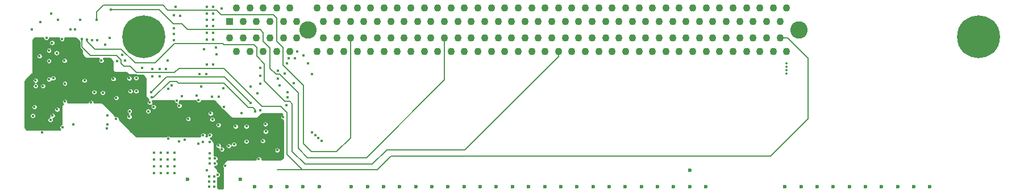
<source format=gbr>
G04 #@! TF.GenerationSoftware,KiCad,Pcbnew,(5.1.5)-3*
G04 #@! TF.CreationDate,2022-01-27T06:12:11+01:00*
G04 #@! TF.ProjectId,Riser Tioga Pass 1OU 1xPCIe x16,52697365-7220-4546-996f-676120506173,rev?*
G04 #@! TF.SameCoordinates,PX40f1fa0PY623a7c0*
G04 #@! TF.FileFunction,Copper,L4,Inr*
G04 #@! TF.FilePolarity,Positive*
%FSLAX46Y46*%
G04 Gerber Fmt 4.6, Leading zero omitted, Abs format (unit mm)*
G04 Created by KiCad (PCBNEW (5.1.5)-3) date 2022-01-27 06:12:11*
%MOMM*%
%LPD*%
G04 APERTURE LIST*
%ADD10C,2.600000*%
%ADD11R,1.100000X1.100000*%
%ADD12C,1.100000*%
%ADD13C,6.400000*%
%ADD14C,0.800000*%
%ADD15C,0.400000*%
%ADD16C,0.600000*%
%ADD17C,0.350000*%
%ADD18C,0.200000*%
%ADD19C,0.254000*%
G04 APERTURE END LIST*
D10*
X24405000Y1020000D03*
X97555000Y1020000D03*
D11*
X12755000Y2270000D03*
D12*
X13755000Y4270000D03*
X14755000Y2270000D03*
X15755000Y4270000D03*
X16755000Y2270000D03*
X17755000Y4270000D03*
X18755000Y2270000D03*
X19755000Y4270000D03*
X20755000Y2270000D03*
X21755000Y4270000D03*
X22755000Y2270000D03*
X25755000Y4270000D03*
X26755000Y2270000D03*
X27755000Y4270000D03*
X28755000Y2270000D03*
X29755000Y4270000D03*
X30755000Y2270000D03*
X31755000Y4270000D03*
X32755000Y2270000D03*
X33755000Y4270000D03*
X34755000Y2270000D03*
X35755000Y4270000D03*
X36755000Y2270000D03*
X37755000Y4270000D03*
X38755000Y2270000D03*
X39755000Y4270000D03*
X40755000Y2270000D03*
X41755000Y4270000D03*
X42755000Y2270000D03*
X43755000Y4270000D03*
X44755000Y2270000D03*
X45755000Y4270000D03*
X46755000Y2270000D03*
X47755000Y4270000D03*
X48755000Y2270000D03*
X49755000Y4270000D03*
X50755000Y2270000D03*
X51755000Y4270000D03*
X52755000Y2270000D03*
X53755000Y4270000D03*
X54755000Y2270000D03*
X55755000Y4270000D03*
X56755000Y2270000D03*
X57755000Y4270000D03*
X58755000Y2270000D03*
X59755000Y4270000D03*
X60755000Y2270000D03*
X61755000Y4270000D03*
X62755000Y2270000D03*
X63755000Y4270000D03*
X64755000Y2270000D03*
X65755000Y4270000D03*
X66755000Y2270000D03*
X67755000Y4270000D03*
X68755000Y2270000D03*
X69755000Y4270000D03*
X70755000Y2270000D03*
X71755000Y4270000D03*
X72755000Y2270000D03*
X73755000Y4270000D03*
X74755000Y2270000D03*
X75755000Y4270000D03*
X76755000Y2270000D03*
X77755000Y4270000D03*
X78755000Y2270000D03*
X79755000Y4270000D03*
X80755000Y2270000D03*
X81755000Y4270000D03*
X82755000Y2270000D03*
X83755000Y4270000D03*
X84755000Y2270000D03*
X85755000Y4270000D03*
X86755000Y2270000D03*
X87755000Y4270000D03*
X88755000Y2270000D03*
X89755000Y4270000D03*
X90755000Y2270000D03*
X91755000Y4270000D03*
X92755000Y2270000D03*
X93755000Y4270000D03*
X94755000Y2270000D03*
X12755000Y-230000D03*
X13755000Y-2230000D03*
X14755000Y-230000D03*
X15755000Y-2230000D03*
X16755000Y-230000D03*
X17755000Y-2230000D03*
X18755000Y-230000D03*
X19755000Y-2230000D03*
X20755000Y-230000D03*
X21755000Y-2230000D03*
X22755000Y-230000D03*
X25755000Y-2230000D03*
X26755000Y-230000D03*
X27755000Y-2230000D03*
X28755000Y-230000D03*
X29755000Y-2230000D03*
X30755000Y-230000D03*
X31755000Y-2230000D03*
X32755000Y-230000D03*
X33755000Y-2230000D03*
X34755000Y-230000D03*
X35755000Y-2230000D03*
X36755000Y-230000D03*
X37755000Y-2230000D03*
X38755000Y-230000D03*
X39755000Y-2230000D03*
X40755000Y-230000D03*
X41755000Y-2230000D03*
X42755000Y-230000D03*
X43755000Y-2230000D03*
X44755000Y-230000D03*
X46755000Y-230000D03*
X47755000Y-2230000D03*
X48755000Y-230000D03*
X49755000Y-2230000D03*
X50755000Y-230000D03*
X51755000Y-2230000D03*
X52755000Y-230000D03*
X53755000Y-2230000D03*
X54755000Y-230000D03*
X55755000Y-2230000D03*
X56755000Y-230000D03*
X57755000Y-2230000D03*
X58755000Y-230000D03*
X59755000Y-2230000D03*
X60755000Y-230000D03*
X61755000Y-2230000D03*
X62755000Y-230000D03*
X63755000Y-2230000D03*
X64755000Y-230000D03*
X65755000Y-2230000D03*
X66755000Y-230000D03*
X67755000Y-2230000D03*
X68755000Y-230000D03*
X69755000Y-2230000D03*
X70755000Y-230000D03*
X71755000Y-2230000D03*
X72755000Y-230000D03*
X73755000Y-2230000D03*
X74755000Y-230000D03*
X75755000Y-2230000D03*
X76755000Y-230000D03*
X77755000Y-2230000D03*
X78755000Y-230000D03*
X79755000Y-2230000D03*
X80755000Y-230000D03*
X81755000Y-2230000D03*
X82755000Y-230000D03*
X83755000Y-2230000D03*
X84755000Y-230000D03*
X85755000Y-2230000D03*
X86755000Y-230000D03*
X87755000Y-2230000D03*
X88755000Y-230000D03*
X89755000Y-2230000D03*
X90755000Y-230000D03*
X91755000Y-2230000D03*
X92755000Y-230000D03*
X93755000Y-2230000D03*
X94755000Y-230000D03*
X45755000Y-2230000D03*
X95755000Y4270000D03*
X95755000Y-2230000D03*
D13*
X0Y0D03*
D14*
X2400000Y0D03*
X-1697056Y-1697056D03*
X1697056Y-1697056D03*
X0Y-2400000D03*
X-2400000Y0D03*
X1697056Y1697056D03*
X0Y2400000D03*
X-1697056Y1697056D03*
X122607944Y1677056D03*
X124305000Y2380000D03*
X126002056Y1677056D03*
X121905000Y-20000D03*
X124305000Y-2420000D03*
X126002056Y-1717056D03*
X122607944Y-1717056D03*
X126705000Y-20000D03*
D13*
X124305000Y-20000D03*
D15*
X25050000Y-14300000D03*
D16*
X6495000Y-21350000D03*
X69295000Y-22450000D03*
X71695000Y-22450000D03*
X74095000Y-22450000D03*
X76495000Y-22450000D03*
X78895000Y-22450000D03*
X81295000Y-22450000D03*
X83695000Y-22450000D03*
X66895000Y-22450000D03*
X64495000Y-22450000D03*
X62095000Y-22450000D03*
X59695000Y-22450000D03*
X57295000Y-22450000D03*
X54895000Y-22450000D03*
X52495000Y-22450000D03*
X50095000Y-22450000D03*
X47695000Y-22450000D03*
X45295000Y-22450000D03*
X42895000Y-22450000D03*
X40495000Y-22450000D03*
X38095000Y-22450000D03*
X35695000Y-22450000D03*
X33295000Y-22450000D03*
X30895000Y-22450000D03*
X95495000Y-22450000D03*
X97895000Y-22450000D03*
X100295000Y-22450000D03*
X102695000Y-22450000D03*
X105095000Y-22450000D03*
X107495000Y-22450000D03*
X109895000Y-22450000D03*
X112295000Y-22450000D03*
X114695000Y-22450000D03*
X117095000Y-22450000D03*
X16495000Y-22450000D03*
X18895000Y-22450000D03*
X21295000Y-22450000D03*
X23695000Y-22450000D03*
X26095000Y-22450000D03*
X81350000Y-20050000D03*
D15*
X15250000Y-15700000D03*
D16*
X14375000Y-21375000D03*
D15*
X13625000Y-13450000D03*
X11075000Y-13225000D03*
X13400000Y-16125000D03*
X11875000Y-10550000D03*
X11800000Y-7725000D03*
X19850000Y-17000000D03*
X17675000Y-15625000D03*
X-4150000Y-12325000D03*
X3600000Y-15275000D03*
X19975000Y-5100000D03*
X19950000Y-6300000D03*
X20200000Y-7350000D03*
X21400000Y-8350000D03*
X21400000Y-9100000D03*
X11550000Y4200000D03*
X4700000Y4450000D03*
X4450000Y3150000D03*
X4450000Y1250000D03*
X4450000Y375000D03*
X4450000Y-500000D03*
D17*
X95700000Y-5500090D03*
X95700000Y-3975000D03*
D15*
X-10300000Y1050000D03*
X-16700000Y1050000D03*
X24450000Y-4050000D03*
X25000000Y-5625000D03*
X5375000Y3125000D03*
X-16175000Y-6550000D03*
X-16150000Y-7400000D03*
X-15075000Y-7400000D03*
X10975000Y-20675000D03*
X8125000Y-9500000D03*
X3575000Y-7825000D03*
X9900000Y-11500000D03*
X6575000Y-12325000D03*
X-8875000Y-6575000D03*
X-7425000Y-8300000D03*
X20725000Y-12075000D03*
X-15175000Y-14375000D03*
X-7900000Y-9875000D03*
X-6150000Y-8400000D03*
X8475000Y-7500000D03*
X-16575000Y-11850000D03*
X-15600000Y-2925000D03*
X-14175000Y-2075000D03*
X26450000Y-15650000D03*
X-11850000Y-3600000D03*
X-6375000Y-3600000D03*
X-4050000Y-3700000D03*
X11575000Y-16875000D03*
X11075000Y-16325000D03*
X7875000Y-8825000D03*
X10125000Y-8975000D03*
X11125000Y-8975000D03*
X2300000Y-5975000D03*
X3550000Y-3575000D03*
X2300000Y-4825000D03*
X3300000Y-4825000D03*
X1250000Y-5950000D03*
X1250000Y-4825000D03*
X1525000Y-17400000D03*
X2525000Y-17400000D03*
X3525000Y-17400000D03*
X4525000Y-17400000D03*
X1525000Y-18400000D03*
X2525000Y-18400000D03*
X3525000Y-18400000D03*
X4525000Y-18400000D03*
X1525000Y-19400000D03*
X2525000Y-19400000D03*
X3525000Y-19400000D03*
X4525000Y-19400000D03*
X1525000Y-20400000D03*
X2525000Y-20400000D03*
X3525000Y-20400000D03*
X4525000Y-20400000D03*
X8800000Y-14750000D03*
X9800000Y-14750000D03*
X8800000Y-15750000D03*
X9800000Y-15750000D03*
X17125000Y-17700000D03*
X3225000Y-10650000D03*
X9525000Y-12950000D03*
X18175000Y-17700000D03*
X19825000Y-14200000D03*
X19825000Y-13100000D03*
X-3075000Y-12325000D03*
X825000Y-14625000D03*
X-5125000Y-3800000D03*
X-16600000Y-9375000D03*
X-17200000Y-7375000D03*
X-14000000Y-7400000D03*
X11550000Y-20775000D03*
X11550000Y-21525000D03*
X11550000Y-22275000D03*
X8200000Y-10250000D03*
X10050000Y-10150000D03*
X-11575000Y-675000D03*
X-12225000Y-2300000D03*
X3900000Y-11025000D03*
X-3050000Y-5600000D03*
X-9275000Y-9275000D03*
X-9800000Y-8300000D03*
X18325000Y-12075000D03*
X17725000Y-12425000D03*
X-13200000Y-13550000D03*
X-10725000Y-7400000D03*
X-10650000Y-5850000D03*
X1475000Y-12300000D03*
X-3000000Y-8400000D03*
X-1925000Y-13775000D03*
X-375000Y-8200000D03*
X-16125000Y-725000D03*
X-10875000Y-3775000D03*
X-17475000Y-13500000D03*
X22825000Y-2200000D03*
X22500000Y-3275000D03*
X21575000Y-3250000D03*
X21275000Y-4025000D03*
X20950000Y-5575000D03*
X22300000Y-6975000D03*
X-425000Y-6225000D03*
X-10075000Y-1050000D03*
X-10475000Y-4225000D03*
X-9025000Y-3600000D03*
X9825000Y-18250000D03*
X10575000Y-18250000D03*
X9825000Y-17475000D03*
X9825000Y-19000000D03*
X10575000Y-19000000D03*
X15900000Y-7450000D03*
X17300000Y-7100000D03*
X17300000Y-5900000D03*
X17300000Y-4700000D03*
X16900000Y-8500000D03*
X17300000Y-11000000D03*
X12600000Y-16375000D03*
X12100000Y-19350000D03*
X14550000Y-11425000D03*
X-14175000Y-3650000D03*
X-13025000Y-2450000D03*
X4125000Y-7275000D03*
X8075000Y-16050000D03*
X4875000Y-9600000D03*
X9675000Y-20950000D03*
X10425000Y-20950000D03*
X9675000Y-21700000D03*
X10425000Y-21700000D03*
X9675000Y-22450000D03*
X10425000Y-22450000D03*
X17100000Y-18325000D03*
X-14175000Y-6400000D03*
X-325000Y-4650000D03*
X-13950000Y-12475000D03*
X8950000Y-1925000D03*
X-2850000Y-3625000D03*
X-11800000Y-9725000D03*
X-10550000Y-13125000D03*
X625000Y-11175000D03*
X-2150000Y-11175000D03*
X-4575000Y-6325000D03*
X1425000Y-10525000D03*
X-2225000Y-6250000D03*
X-2050000Y-8175000D03*
X5200000Y-15700000D03*
X6100000Y-15400000D03*
X15250000Y-13450000D03*
X18125000Y-14200000D03*
X1075000Y-8350000D03*
X15875000Y-9950000D03*
X18075000Y-13100000D03*
X1150000Y-9125000D03*
X16550000Y-11225000D03*
X-5475000Y-11825000D03*
X21250000Y-10300000D03*
X10175000Y-12400000D03*
X-2200000Y-12000000D03*
X-13650000Y-11825000D03*
X850000Y-9875000D03*
X-1175000Y-6200000D03*
X-1175000Y-8175000D03*
X-12175000Y-13575000D03*
X-12950000Y-10900000D03*
X-5550000Y-13775000D03*
X-5475000Y-13125000D03*
X-16350000Y-10525000D03*
X-4160000Y-9175000D03*
D17*
X95700000Y-4479910D03*
X95700000Y-5000090D03*
D15*
X-14550000Y-200000D03*
X-7075000Y2500000D03*
X-7725000Y-500000D03*
X-4950000Y4000000D03*
X-13800000Y3425000D03*
X-8475000Y-450000D03*
X-9250000Y-375000D03*
X-9525000Y2550000D03*
X-12825000Y2550000D03*
X-15475000Y2175000D03*
X-3225000Y-2775000D03*
X-11800000Y-7025000D03*
X-13525000Y-6225000D03*
X-5125000Y-175000D03*
X-11000000Y1050000D03*
X-5775000Y-1250000D03*
X-12225000Y-350000D03*
X-7000000Y-525000D03*
X-13725000Y-925000D03*
X25939284Y-15189284D03*
X25530716Y-14780716D03*
X9375000Y-20000000D03*
X23725000Y-2825000D03*
X8300000Y-5600000D03*
X9300000Y-5600000D03*
X9325000Y4475000D03*
X10325000Y4475000D03*
X9325000Y3475000D03*
X10325000Y3475000D03*
X9325000Y2475000D03*
X10325000Y2475000D03*
X9325000Y1550000D03*
X10325000Y1550000D03*
X9325000Y550000D03*
X10325000Y550000D03*
X9325000Y-450000D03*
X10325000Y-450000D03*
X9325000Y-4150000D03*
X10325000Y-4150000D03*
X10825000Y-2675000D03*
X10750000Y-1625000D03*
X5675000Y-8950000D03*
X5250000Y-10350000D03*
D18*
X15875000Y-9950000D02*
X12000000Y-6075000D01*
X12000000Y-6075000D02*
X3600000Y-6075000D01*
X3350000Y-6075000D02*
X3600000Y-6075000D01*
X1075000Y-8350000D02*
X3350000Y-6075000D01*
X16232842Y-10625000D02*
X16550000Y-10942158D01*
X15575000Y-10625000D02*
X16232842Y-10625000D01*
X11900000Y-6950000D02*
X15575000Y-10625000D01*
X1432842Y-9125000D02*
X3832842Y-6725000D01*
X4900000Y-6725000D02*
X5125000Y-6950000D01*
X16550000Y-10942158D02*
X16550000Y-11225000D01*
X3832842Y-6725000D02*
X4900000Y-6725000D01*
X1150000Y-9125000D02*
X1432842Y-9125000D01*
X5125000Y-6950000D02*
X11900000Y-6950000D01*
X30755000Y-15195000D02*
X30755000Y-230000D01*
X28700000Y-17250000D02*
X30755000Y-15195000D01*
X23725000Y-7325000D02*
X23725000Y-16050000D01*
X20700000Y-4300000D02*
X23725000Y-7325000D01*
X3550000Y3975000D02*
X10800000Y3975000D01*
X23725000Y-16050000D02*
X24925000Y-17250000D01*
X19750000Y2750000D02*
X19750000Y-725000D01*
X24925000Y-17250000D02*
X28700000Y-17250000D01*
X10800000Y3975000D02*
X11500000Y3275000D01*
X11500000Y3275000D02*
X19225000Y3275000D01*
X19225000Y3275000D02*
X19750000Y2750000D01*
X19750000Y-725000D02*
X20700000Y-1675000D01*
X2800000Y4725000D02*
X3550000Y3975000D01*
X20700000Y-1675000D02*
X20700000Y-4300000D01*
X-5100000Y4725000D02*
X-6075000Y4725000D01*
X-5100000Y4725000D02*
X2800000Y4725000D01*
X-7075000Y3725000D02*
X-7075000Y2500000D01*
X-6075000Y4725000D02*
X-7075000Y3725000D01*
X2275000Y4000000D02*
X-4700000Y4000000D01*
X5600000Y1925000D02*
X4350000Y1925000D01*
X6475000Y1050000D02*
X5600000Y1925000D01*
X17325000Y1050000D02*
X6475000Y1050000D01*
X17775000Y600000D02*
X17325000Y1050000D01*
X22950000Y-16750000D02*
X22950000Y-8400000D01*
X-4700000Y4000000D02*
X-4950000Y4000000D01*
X33125000Y-18125000D02*
X24325000Y-18125000D01*
X24325000Y-18125000D02*
X22950000Y-16750000D01*
X44755000Y-6495000D02*
X33125000Y-18125000D01*
X4350000Y1925000D02*
X2275000Y4000000D01*
X44755000Y-230000D02*
X44755000Y-6495000D01*
X22950000Y-8400000D02*
X20200000Y-5650000D01*
X20200000Y-5650000D02*
X19675000Y-5650000D01*
X19675000Y-5650000D02*
X18775000Y-4750000D01*
X18775000Y-4750000D02*
X18775000Y-1750000D01*
X18775000Y-1750000D02*
X17775000Y-750000D01*
X17775000Y-750000D02*
X17775000Y600000D01*
X61755000Y-3007817D02*
X47837817Y-16925000D01*
X61755000Y-2230000D02*
X61755000Y-3007817D01*
X47837817Y-16925000D02*
X36175000Y-16925000D01*
X36175000Y-16925000D02*
X34000000Y-19100000D01*
X-8475000Y-750000D02*
X-8475000Y-450000D01*
X-1325000Y-3950000D02*
X-3400000Y-1875000D01*
X1675000Y-3950000D02*
X-1325000Y-3950000D01*
X4575000Y-1050000D02*
X1675000Y-3950000D01*
X11700000Y-1050000D02*
X4575000Y-1050000D01*
X21700000Y-9675000D02*
X20975000Y-9675000D01*
X11900000Y-1250000D02*
X11700000Y-1050000D01*
X16775000Y-1675000D02*
X16350000Y-1250000D01*
X22100000Y-17200000D02*
X22100000Y-10075000D01*
X-7350000Y-1875000D02*
X-8475000Y-750000D01*
X34000000Y-19100000D02*
X24000000Y-19100000D01*
X-3400000Y-1875000D02*
X-7350000Y-1875000D01*
X20975000Y-9675000D02*
X17925000Y-6625000D01*
X24000000Y-19100000D02*
X22100000Y-17200000D01*
X17925000Y-4100000D02*
X16775000Y-2950000D01*
X17925000Y-6625000D02*
X17925000Y-4100000D01*
X16775000Y-2950000D02*
X16775000Y-1675000D01*
X22100000Y-10075000D02*
X21700000Y-9675000D01*
X16350000Y-1250000D02*
X11900000Y-1250000D01*
X94755000Y-230000D02*
X95880000Y-230000D01*
X95880000Y-230000D02*
X98925000Y-3275000D01*
X98925000Y-3275000D02*
X98925000Y-12300000D01*
X98925000Y-12300000D02*
X93350000Y-17875000D01*
X93350000Y-17875000D02*
X36825000Y-17875000D01*
X36825000Y-17875000D02*
X34775000Y-19925000D01*
X34775000Y-19925000D02*
X19875000Y-19925000D01*
X-9250000Y-1550000D02*
X-9250000Y-375000D01*
X-8000000Y-2800000D02*
X-9250000Y-1550000D01*
X-4100000Y-2800000D02*
X-8000000Y-2800000D01*
X-3425000Y-4025000D02*
X-3425000Y-3475000D01*
X-3025000Y-4425000D02*
X-3425000Y-4025000D01*
X21275000Y-11375000D02*
X20325000Y-10425000D01*
X21275000Y-17650000D02*
X21275000Y-11375000D01*
X34775000Y-19925000D02*
X23550000Y-19925000D01*
X11925000Y-4800000D02*
X5175000Y-4800000D01*
X4575000Y-5400000D02*
X-1100000Y-5400000D01*
X20325000Y-10425000D02*
X17550000Y-10425000D01*
X23550000Y-19925000D02*
X21275000Y-17650000D01*
X17550000Y-10425000D02*
X11925000Y-4800000D01*
X-3425000Y-3475000D02*
X-4100000Y-2800000D01*
X5175000Y-4800000D02*
X4575000Y-5400000D01*
X-1100000Y-5400000D02*
X-2075000Y-4425000D01*
X-2075000Y-4425000D02*
X-3025000Y-4425000D01*
D19*
G36*
X-15004000Y-244715D02*
G01*
X-14986553Y-332427D01*
X-14952330Y-415050D01*
X-14902645Y-489408D01*
X-14839408Y-552645D01*
X-14765050Y-602330D01*
X-14682427Y-636553D01*
X-14594715Y-654000D01*
X-14505285Y-654000D01*
X-14417573Y-636553D01*
X-14334950Y-602330D01*
X-14260592Y-552645D01*
X-14197355Y-489408D01*
X-14147670Y-415050D01*
X-14113447Y-332427D01*
X-14096000Y-244715D01*
X-14096000Y-177000D01*
X-12644747Y-177000D01*
X-12661553Y-217573D01*
X-12679000Y-305285D01*
X-12679000Y-394715D01*
X-12661553Y-482427D01*
X-12627330Y-565050D01*
X-12577645Y-639408D01*
X-12514408Y-702645D01*
X-12440050Y-752330D01*
X-12357427Y-786553D01*
X-12269715Y-804000D01*
X-12180285Y-804000D01*
X-12092573Y-786553D01*
X-12009950Y-752330D01*
X-11935592Y-702645D01*
X-11872355Y-639408D01*
X-11822670Y-565050D01*
X-11788447Y-482427D01*
X-11771000Y-394715D01*
X-11771000Y-305285D01*
X-11788447Y-217573D01*
X-11805253Y-177000D01*
X-10277263Y-177000D01*
X-10107138Y-247468D01*
X-9603999Y-750607D01*
X-9604000Y-1532625D01*
X-9605711Y-1550000D01*
X-9604000Y-1567374D01*
X-9604000Y-1567381D01*
X-9602832Y-1579236D01*
X-9598877Y-1619396D01*
X-9593098Y-1638447D01*
X-9578635Y-1686124D01*
X-9545764Y-1747622D01*
X-9501526Y-1801525D01*
X-9488022Y-1812608D01*
X-9227000Y-2073630D01*
X-9227000Y-2598000D01*
X-9224560Y-2622776D01*
X-9217333Y-2646601D01*
X-9127530Y-2863404D01*
X-9115794Y-2885361D01*
X-9100000Y-2904606D01*
X-8854606Y-3150000D01*
X-8835360Y-3165794D01*
X-8813404Y-3177530D01*
X-8596601Y-3267333D01*
X-8572777Y-3274560D01*
X-8548000Y-3277000D01*
X-6694053Y-3277000D01*
X-6727645Y-3310592D01*
X-6777330Y-3384950D01*
X-6811553Y-3467573D01*
X-6829000Y-3555285D01*
X-6829000Y-3644715D01*
X-6811553Y-3732427D01*
X-6777330Y-3815050D01*
X-6727645Y-3889408D01*
X-6664408Y-3952645D01*
X-6590050Y-4002330D01*
X-6507427Y-4036553D01*
X-6419715Y-4054000D01*
X-6330285Y-4054000D01*
X-6242573Y-4036553D01*
X-6159950Y-4002330D01*
X-6085592Y-3952645D01*
X-6022355Y-3889408D01*
X-5972670Y-3815050D01*
X-5938447Y-3732427D01*
X-5921000Y-3644715D01*
X-5921000Y-3555285D01*
X-5938447Y-3467573D01*
X-5972670Y-3384950D01*
X-6022355Y-3310592D01*
X-6055947Y-3277000D01*
X-5202263Y-3277000D01*
X-5032138Y-3347468D01*
X-4772468Y-3607138D01*
X-4702000Y-3777263D01*
X-4702000Y-4898000D01*
X-4699560Y-4922776D01*
X-4692333Y-4946601D01*
X-4602530Y-5163404D01*
X-4590794Y-5185361D01*
X-4575000Y-5204606D01*
X-4529606Y-5250000D01*
X-4510360Y-5265794D01*
X-4488404Y-5277530D01*
X-4271601Y-5367333D01*
X-4247777Y-5374560D01*
X-4223000Y-5377000D01*
X-2727263Y-5377000D01*
X-2557138Y-5447468D01*
X-2429606Y-5575000D01*
X-2410360Y-5590794D01*
X-2388404Y-5602530D01*
X-2171601Y-5692333D01*
X-2147777Y-5699560D01*
X-2123000Y-5702000D01*
X-1285956Y-5702000D01*
X-1236125Y-5728635D01*
X-1189639Y-5742736D01*
X-1178881Y-5746000D01*
X-1219715Y-5746000D01*
X-1307427Y-5763447D01*
X-1390050Y-5797670D01*
X-1464408Y-5847355D01*
X-1527645Y-5910592D01*
X-1577330Y-5984950D01*
X-1611553Y-6067573D01*
X-1629000Y-6155285D01*
X-1629000Y-6244715D01*
X-1611553Y-6332427D01*
X-1577330Y-6415050D01*
X-1527645Y-6489408D01*
X-1464408Y-6552645D01*
X-1390050Y-6602330D01*
X-1307427Y-6636553D01*
X-1219715Y-6654000D01*
X-1130285Y-6654000D01*
X-1042573Y-6636553D01*
X-959950Y-6602330D01*
X-885592Y-6552645D01*
X-822355Y-6489408D01*
X-772670Y-6415050D01*
X-738447Y-6332427D01*
X-721000Y-6244715D01*
X-721000Y-6155285D01*
X-738447Y-6067573D01*
X-772670Y-5984950D01*
X-822355Y-5910592D01*
X-885592Y-5847355D01*
X-959950Y-5797670D01*
X-1042573Y-5763447D01*
X-1087603Y-5754490D01*
X-1082626Y-5754000D01*
X-251724Y-5754000D01*
X-207138Y-5772468D01*
X127532Y-6107138D01*
X198000Y-6277263D01*
X198000Y-8823000D01*
X200440Y-8847776D01*
X207667Y-8871601D01*
X297470Y-9088404D01*
X309206Y-9110361D01*
X325000Y-9129606D01*
X658365Y-9462971D01*
X634950Y-9472670D01*
X560592Y-9522355D01*
X497355Y-9585592D01*
X447670Y-9659950D01*
X413447Y-9742573D01*
X396000Y-9830285D01*
X396000Y-9919715D01*
X413447Y-10007427D01*
X447670Y-10090050D01*
X497355Y-10164408D01*
X560592Y-10227645D01*
X634950Y-10277330D01*
X717573Y-10311553D01*
X805285Y-10329000D01*
X894715Y-10329000D01*
X982427Y-10311553D01*
X1036589Y-10289119D01*
X1022670Y-10309950D01*
X988447Y-10392573D01*
X971000Y-10480285D01*
X971000Y-10569715D01*
X988447Y-10657427D01*
X1022670Y-10740050D01*
X1072355Y-10814408D01*
X1135592Y-10877645D01*
X1209950Y-10927330D01*
X1292573Y-10961553D01*
X1380285Y-10979000D01*
X1469715Y-10979000D01*
X1557427Y-10961553D01*
X1640050Y-10927330D01*
X1714408Y-10877645D01*
X1777645Y-10814408D01*
X1827330Y-10740050D01*
X1861553Y-10657427D01*
X1879000Y-10569715D01*
X1879000Y-10480285D01*
X1861553Y-10392573D01*
X1827330Y-10309950D01*
X1777645Y-10235592D01*
X1714408Y-10172355D01*
X1640050Y-10122670D01*
X1557427Y-10088447D01*
X1469715Y-10071000D01*
X1380285Y-10071000D01*
X1292573Y-10088447D01*
X1238411Y-10110881D01*
X1252330Y-10090050D01*
X1286553Y-10007427D01*
X1304000Y-9919715D01*
X1304000Y-9830285D01*
X1286553Y-9742573D01*
X1252330Y-9659950D01*
X1230313Y-9627000D01*
X4421000Y-9627000D01*
X4421000Y-9644715D01*
X4438447Y-9732427D01*
X4472670Y-9815050D01*
X4522355Y-9889408D01*
X4585592Y-9952645D01*
X4659950Y-10002330D01*
X4742573Y-10036553D01*
X4830285Y-10054000D01*
X4903947Y-10054000D01*
X4897355Y-10060592D01*
X4847670Y-10134950D01*
X4813447Y-10217573D01*
X4796000Y-10305285D01*
X4796000Y-10394715D01*
X4813447Y-10482427D01*
X4847670Y-10565050D01*
X4897355Y-10639408D01*
X4960592Y-10702645D01*
X5034950Y-10752330D01*
X5117573Y-10786553D01*
X5205285Y-10804000D01*
X5294715Y-10804000D01*
X5382427Y-10786553D01*
X5465050Y-10752330D01*
X5539408Y-10702645D01*
X5602645Y-10639408D01*
X5652330Y-10565050D01*
X5686553Y-10482427D01*
X5704000Y-10394715D01*
X5704000Y-10305285D01*
X5686553Y-10217573D01*
X5652330Y-10134950D01*
X5602645Y-10060592D01*
X5539408Y-9997355D01*
X5465050Y-9947670D01*
X5382427Y-9913447D01*
X5294715Y-9896000D01*
X5221053Y-9896000D01*
X5227645Y-9889408D01*
X5277330Y-9815050D01*
X5311553Y-9732427D01*
X5329000Y-9644715D01*
X5329000Y-9627000D01*
X7687368Y-9627000D01*
X7688447Y-9632427D01*
X7722670Y-9715050D01*
X7772355Y-9789408D01*
X7835592Y-9852645D01*
X7909950Y-9902330D01*
X7992573Y-9936553D01*
X8080285Y-9954000D01*
X8169715Y-9954000D01*
X8257427Y-9936553D01*
X8340050Y-9902330D01*
X8414408Y-9852645D01*
X8477645Y-9789408D01*
X8527330Y-9715050D01*
X8561553Y-9632427D01*
X8562632Y-9627000D01*
X10347737Y-9627000D01*
X10517862Y-9697468D01*
X11422463Y-10602069D01*
X11438447Y-10682427D01*
X11472670Y-10765050D01*
X11522355Y-10839408D01*
X11585592Y-10902645D01*
X11659950Y-10952330D01*
X11742573Y-10986553D01*
X11822931Y-11002537D01*
X12920394Y-12100000D01*
X12939640Y-12115794D01*
X12961596Y-12127530D01*
X13178399Y-12217333D01*
X13202223Y-12224560D01*
X13227000Y-12227000D01*
X16698000Y-12227000D01*
X16722776Y-12224560D01*
X16746601Y-12217333D01*
X16963404Y-12127530D01*
X16985361Y-12115794D01*
X17004606Y-12100000D01*
X17457138Y-11647468D01*
X17627263Y-11577000D01*
X20422737Y-11577000D01*
X20581828Y-11642898D01*
X20509950Y-11672670D01*
X20435592Y-11722355D01*
X20372355Y-11785592D01*
X20322670Y-11859950D01*
X20288447Y-11942573D01*
X20271000Y-12030285D01*
X20271000Y-12119715D01*
X20288447Y-12207427D01*
X20322670Y-12290050D01*
X20372355Y-12364408D01*
X20435592Y-12427645D01*
X20509950Y-12477330D01*
X20592573Y-12511553D01*
X20673000Y-12527551D01*
X20673000Y-18047737D01*
X20602532Y-18217862D01*
X20467862Y-18352532D01*
X20297737Y-18423000D01*
X17543401Y-18423000D01*
X17554000Y-18369715D01*
X17554000Y-18280285D01*
X17536553Y-18192573D01*
X17502330Y-18109950D01*
X17452645Y-18035592D01*
X17389408Y-17972355D01*
X17315050Y-17922670D01*
X17232427Y-17888447D01*
X17144715Y-17871000D01*
X17055285Y-17871000D01*
X16967573Y-17888447D01*
X16884950Y-17922670D01*
X16810592Y-17972355D01*
X16747355Y-18035592D01*
X16697670Y-18109950D01*
X16663447Y-18192573D01*
X16646000Y-18280285D01*
X16646000Y-18369715D01*
X16656599Y-18423000D01*
X12502000Y-18423000D01*
X12477224Y-18425440D01*
X12453399Y-18432667D01*
X12236596Y-18522470D01*
X12214639Y-18534206D01*
X12195394Y-18550000D01*
X11875000Y-18870394D01*
X11859206Y-18889640D01*
X11847470Y-18911596D01*
X11812466Y-18996103D01*
X11810592Y-18997355D01*
X11747355Y-19060592D01*
X11697670Y-19134950D01*
X11663447Y-19217573D01*
X11646000Y-19305285D01*
X11646000Y-19394715D01*
X11663447Y-19482427D01*
X11697670Y-19565050D01*
X11747355Y-19639408D01*
X11748000Y-19640053D01*
X11748000Y-22679026D01*
X11727798Y-22727798D01*
X11679026Y-22748000D01*
X11156329Y-22748000D01*
X11047202Y-22702798D01*
X11002000Y-22593671D01*
X11002000Y-21129000D01*
X11019715Y-21129000D01*
X11107427Y-21111553D01*
X11190050Y-21077330D01*
X11264408Y-21027645D01*
X11327645Y-20964408D01*
X11377330Y-20890050D01*
X11411553Y-20807427D01*
X11429000Y-20719715D01*
X11429000Y-20630285D01*
X11411553Y-20542573D01*
X11377330Y-20459950D01*
X11327645Y-20385592D01*
X11264408Y-20322355D01*
X11190050Y-20272670D01*
X11107427Y-20238447D01*
X11019715Y-20221000D01*
X11002000Y-20221000D01*
X11002000Y-20102000D01*
X10999560Y-20077224D01*
X10992333Y-20053399D01*
X10902530Y-19836596D01*
X10890794Y-19814639D01*
X10875000Y-19795394D01*
X10572468Y-19492862D01*
X10556371Y-19454000D01*
X10619715Y-19454000D01*
X10707427Y-19436553D01*
X10790050Y-19402330D01*
X10864408Y-19352645D01*
X10927645Y-19289408D01*
X10977330Y-19215050D01*
X11011553Y-19132427D01*
X11029000Y-19044715D01*
X11029000Y-18955285D01*
X11011553Y-18867573D01*
X10977330Y-18784950D01*
X10927645Y-18710592D01*
X10864408Y-18647355D01*
X10830952Y-18625000D01*
X10864408Y-18602645D01*
X10927645Y-18539408D01*
X10977330Y-18465050D01*
X11011553Y-18382427D01*
X11029000Y-18294715D01*
X11029000Y-18205285D01*
X11011553Y-18117573D01*
X10977330Y-18034950D01*
X10927645Y-17960592D01*
X10864408Y-17897355D01*
X10790050Y-17847670D01*
X10707427Y-17813447D01*
X10619715Y-17796000D01*
X10530285Y-17796000D01*
X10502000Y-17801626D01*
X10502000Y-16280285D01*
X10621000Y-16280285D01*
X10621000Y-16369715D01*
X10638447Y-16457427D01*
X10672670Y-16540050D01*
X10722355Y-16614408D01*
X10785592Y-16677645D01*
X10859950Y-16727330D01*
X10942573Y-16761553D01*
X11030285Y-16779000D01*
X11119715Y-16779000D01*
X11131674Y-16776621D01*
X11121000Y-16830285D01*
X11121000Y-16919715D01*
X11138447Y-17007427D01*
X11172670Y-17090050D01*
X11222355Y-17164408D01*
X11285592Y-17227645D01*
X11359950Y-17277330D01*
X11442573Y-17311553D01*
X11530285Y-17329000D01*
X11619715Y-17329000D01*
X11707427Y-17311553D01*
X11790050Y-17277330D01*
X11864408Y-17227645D01*
X11927645Y-17164408D01*
X11977330Y-17090050D01*
X12011553Y-17007427D01*
X12021924Y-16955285D01*
X19396000Y-16955285D01*
X19396000Y-17044715D01*
X19413447Y-17132427D01*
X19447670Y-17215050D01*
X19497355Y-17289408D01*
X19560592Y-17352645D01*
X19634950Y-17402330D01*
X19717573Y-17436553D01*
X19805285Y-17454000D01*
X19894715Y-17454000D01*
X19982427Y-17436553D01*
X20065050Y-17402330D01*
X20139408Y-17352645D01*
X20202645Y-17289408D01*
X20252330Y-17215050D01*
X20286553Y-17132427D01*
X20304000Y-17044715D01*
X20304000Y-16955285D01*
X20286553Y-16867573D01*
X20252330Y-16784950D01*
X20202645Y-16710592D01*
X20139408Y-16647355D01*
X20065050Y-16597670D01*
X19982427Y-16563447D01*
X19894715Y-16546000D01*
X19805285Y-16546000D01*
X19717573Y-16563447D01*
X19634950Y-16597670D01*
X19560592Y-16647355D01*
X19497355Y-16710592D01*
X19447670Y-16784950D01*
X19413447Y-16867573D01*
X19396000Y-16955285D01*
X12021924Y-16955285D01*
X12029000Y-16919715D01*
X12029000Y-16830285D01*
X12011553Y-16742573D01*
X11977330Y-16659950D01*
X11927645Y-16585592D01*
X11864408Y-16522355D01*
X11790050Y-16472670D01*
X11707427Y-16438447D01*
X11619715Y-16421000D01*
X11530285Y-16421000D01*
X11518326Y-16423379D01*
X11529000Y-16369715D01*
X11529000Y-16330285D01*
X12146000Y-16330285D01*
X12146000Y-16419715D01*
X12163447Y-16507427D01*
X12197670Y-16590050D01*
X12247355Y-16664408D01*
X12310592Y-16727645D01*
X12384950Y-16777330D01*
X12467573Y-16811553D01*
X12555285Y-16829000D01*
X12644715Y-16829000D01*
X12732427Y-16811553D01*
X12815050Y-16777330D01*
X12889408Y-16727645D01*
X12952645Y-16664408D01*
X13002330Y-16590050D01*
X13036553Y-16507427D01*
X13053778Y-16420831D01*
X13110592Y-16477645D01*
X13184950Y-16527330D01*
X13267573Y-16561553D01*
X13355285Y-16579000D01*
X13444715Y-16579000D01*
X13532427Y-16561553D01*
X13615050Y-16527330D01*
X13689408Y-16477645D01*
X13752645Y-16414408D01*
X13802330Y-16340050D01*
X13836553Y-16257427D01*
X13854000Y-16169715D01*
X13854000Y-16080285D01*
X13836553Y-15992573D01*
X13802330Y-15909950D01*
X13752645Y-15835592D01*
X13689408Y-15772355D01*
X13615050Y-15722670D01*
X13532427Y-15688447D01*
X13444715Y-15671000D01*
X13355285Y-15671000D01*
X13267573Y-15688447D01*
X13184950Y-15722670D01*
X13110592Y-15772355D01*
X13047355Y-15835592D01*
X12997670Y-15909950D01*
X12963447Y-15992573D01*
X12946222Y-16079169D01*
X12889408Y-16022355D01*
X12815050Y-15972670D01*
X12732427Y-15938447D01*
X12644715Y-15921000D01*
X12555285Y-15921000D01*
X12467573Y-15938447D01*
X12384950Y-15972670D01*
X12310592Y-16022355D01*
X12247355Y-16085592D01*
X12197670Y-16159950D01*
X12163447Y-16242573D01*
X12146000Y-16330285D01*
X11529000Y-16330285D01*
X11529000Y-16280285D01*
X11511553Y-16192573D01*
X11477330Y-16109950D01*
X11427645Y-16035592D01*
X11364408Y-15972355D01*
X11290050Y-15922670D01*
X11207427Y-15888447D01*
X11119715Y-15871000D01*
X11030285Y-15871000D01*
X10942573Y-15888447D01*
X10859950Y-15922670D01*
X10785592Y-15972355D01*
X10722355Y-16035592D01*
X10672670Y-16109950D01*
X10638447Y-16192573D01*
X10621000Y-16280285D01*
X10502000Y-16280285D01*
X10502000Y-16002000D01*
X10499560Y-15977224D01*
X10492333Y-15953399D01*
X10402530Y-15736596D01*
X10390794Y-15714639D01*
X10375000Y-15695394D01*
X10334891Y-15655285D01*
X14796000Y-15655285D01*
X14796000Y-15744715D01*
X14813447Y-15832427D01*
X14847670Y-15915050D01*
X14897355Y-15989408D01*
X14960592Y-16052645D01*
X15034950Y-16102330D01*
X15117573Y-16136553D01*
X15205285Y-16154000D01*
X15294715Y-16154000D01*
X15382427Y-16136553D01*
X15465050Y-16102330D01*
X15539408Y-16052645D01*
X15602645Y-15989408D01*
X15652330Y-15915050D01*
X15686553Y-15832427D01*
X15704000Y-15744715D01*
X15704000Y-15655285D01*
X15689082Y-15580285D01*
X17221000Y-15580285D01*
X17221000Y-15669715D01*
X17238447Y-15757427D01*
X17272670Y-15840050D01*
X17322355Y-15914408D01*
X17385592Y-15977645D01*
X17459950Y-16027330D01*
X17542573Y-16061553D01*
X17630285Y-16079000D01*
X17719715Y-16079000D01*
X17807427Y-16061553D01*
X17890050Y-16027330D01*
X17964408Y-15977645D01*
X18027645Y-15914408D01*
X18077330Y-15840050D01*
X18111553Y-15757427D01*
X18129000Y-15669715D01*
X18129000Y-15580285D01*
X18111553Y-15492573D01*
X18077330Y-15409950D01*
X18027645Y-15335592D01*
X17964408Y-15272355D01*
X17890050Y-15222670D01*
X17807427Y-15188447D01*
X17719715Y-15171000D01*
X17630285Y-15171000D01*
X17542573Y-15188447D01*
X17459950Y-15222670D01*
X17385592Y-15272355D01*
X17322355Y-15335592D01*
X17272670Y-15409950D01*
X17238447Y-15492573D01*
X17221000Y-15580285D01*
X15689082Y-15580285D01*
X15686553Y-15567573D01*
X15652330Y-15484950D01*
X15602645Y-15410592D01*
X15539408Y-15347355D01*
X15465050Y-15297670D01*
X15382427Y-15263447D01*
X15294715Y-15246000D01*
X15205285Y-15246000D01*
X15117573Y-15263447D01*
X15034950Y-15297670D01*
X14960592Y-15347355D01*
X14897355Y-15410592D01*
X14847670Y-15484950D01*
X14813447Y-15567573D01*
X14796000Y-15655285D01*
X10334891Y-15655285D01*
X10177710Y-15498104D01*
X10152645Y-15460592D01*
X10089408Y-15397355D01*
X10051896Y-15372290D01*
X9877154Y-15197548D01*
X9932427Y-15186553D01*
X10015050Y-15152330D01*
X10089408Y-15102645D01*
X10152645Y-15039408D01*
X10202330Y-14965050D01*
X10236553Y-14882427D01*
X10254000Y-14794715D01*
X10254000Y-14705285D01*
X10236553Y-14617573D01*
X10202330Y-14534950D01*
X10152645Y-14460592D01*
X10089408Y-14397355D01*
X10015050Y-14347670D01*
X9932427Y-14313447D01*
X9844715Y-14296000D01*
X9755285Y-14296000D01*
X9667573Y-14313447D01*
X9584950Y-14347670D01*
X9510592Y-14397355D01*
X9447355Y-14460592D01*
X9397670Y-14534950D01*
X9363447Y-14617573D01*
X9346000Y-14705285D01*
X9346000Y-14794715D01*
X9363447Y-14882427D01*
X9380253Y-14923000D01*
X9219747Y-14923000D01*
X9236553Y-14882427D01*
X9254000Y-14794715D01*
X9254000Y-14705285D01*
X9236553Y-14617573D01*
X9202330Y-14534950D01*
X9152645Y-14460592D01*
X9089408Y-14397355D01*
X9015050Y-14347670D01*
X8932427Y-14313447D01*
X8844715Y-14296000D01*
X8755285Y-14296000D01*
X8667573Y-14313447D01*
X8584950Y-14347670D01*
X8510592Y-14397355D01*
X8447355Y-14460592D01*
X8397670Y-14534950D01*
X8363447Y-14617573D01*
X8346000Y-14705285D01*
X8346000Y-14794715D01*
X8363447Y-14882427D01*
X8380253Y-14923000D01*
X3890053Y-14923000D01*
X3889408Y-14922355D01*
X3815050Y-14872670D01*
X3732427Y-14838447D01*
X3644715Y-14821000D01*
X3555285Y-14821000D01*
X3467573Y-14838447D01*
X3384950Y-14872670D01*
X3310592Y-14922355D01*
X3309947Y-14923000D01*
X-1118671Y-14923000D01*
X-1253059Y-14867335D01*
X-1965109Y-14155285D01*
X17671000Y-14155285D01*
X17671000Y-14244715D01*
X17688447Y-14332427D01*
X17722670Y-14415050D01*
X17772355Y-14489408D01*
X17835592Y-14552645D01*
X17909950Y-14602330D01*
X17992573Y-14636553D01*
X18080285Y-14654000D01*
X18169715Y-14654000D01*
X18257427Y-14636553D01*
X18340050Y-14602330D01*
X18414408Y-14552645D01*
X18477645Y-14489408D01*
X18527330Y-14415050D01*
X18561553Y-14332427D01*
X18579000Y-14244715D01*
X18579000Y-14155285D01*
X18561553Y-14067573D01*
X18527330Y-13984950D01*
X18477645Y-13910592D01*
X18414408Y-13847355D01*
X18340050Y-13797670D01*
X18257427Y-13763447D01*
X18169715Y-13746000D01*
X18080285Y-13746000D01*
X17992573Y-13763447D01*
X17909950Y-13797670D01*
X17835592Y-13847355D01*
X17772355Y-13910592D01*
X17722670Y-13984950D01*
X17688447Y-14067573D01*
X17671000Y-14155285D01*
X-1965109Y-14155285D01*
X-2940109Y-13180285D01*
X10621000Y-13180285D01*
X10621000Y-13269715D01*
X10638447Y-13357427D01*
X10672670Y-13440050D01*
X10722355Y-13514408D01*
X10785592Y-13577645D01*
X10859950Y-13627330D01*
X10942573Y-13661553D01*
X11030285Y-13679000D01*
X11119715Y-13679000D01*
X11207427Y-13661553D01*
X11290050Y-13627330D01*
X11364408Y-13577645D01*
X11427645Y-13514408D01*
X11477330Y-13440050D01*
X11491729Y-13405285D01*
X13171000Y-13405285D01*
X13171000Y-13494715D01*
X13188447Y-13582427D01*
X13222670Y-13665050D01*
X13272355Y-13739408D01*
X13335592Y-13802645D01*
X13409950Y-13852330D01*
X13492573Y-13886553D01*
X13580285Y-13904000D01*
X13669715Y-13904000D01*
X13757427Y-13886553D01*
X13840050Y-13852330D01*
X13914408Y-13802645D01*
X13977645Y-13739408D01*
X14027330Y-13665050D01*
X14061553Y-13582427D01*
X14079000Y-13494715D01*
X14079000Y-13405285D01*
X14796000Y-13405285D01*
X14796000Y-13494715D01*
X14813447Y-13582427D01*
X14847670Y-13665050D01*
X14897355Y-13739408D01*
X14960592Y-13802645D01*
X15034950Y-13852330D01*
X15117573Y-13886553D01*
X15205285Y-13904000D01*
X15294715Y-13904000D01*
X15382427Y-13886553D01*
X15465050Y-13852330D01*
X15539408Y-13802645D01*
X15602645Y-13739408D01*
X15652330Y-13665050D01*
X15686553Y-13582427D01*
X15704000Y-13494715D01*
X15704000Y-13405285D01*
X15686553Y-13317573D01*
X15652330Y-13234950D01*
X15602645Y-13160592D01*
X15539408Y-13097355D01*
X15476447Y-13055285D01*
X17621000Y-13055285D01*
X17621000Y-13144715D01*
X17638447Y-13232427D01*
X17672670Y-13315050D01*
X17722355Y-13389408D01*
X17785592Y-13452645D01*
X17859950Y-13502330D01*
X17942573Y-13536553D01*
X18030285Y-13554000D01*
X18119715Y-13554000D01*
X18207427Y-13536553D01*
X18290050Y-13502330D01*
X18364408Y-13452645D01*
X18427645Y-13389408D01*
X18477330Y-13315050D01*
X18511553Y-13232427D01*
X18529000Y-13144715D01*
X18529000Y-13055285D01*
X18511553Y-12967573D01*
X18477330Y-12884950D01*
X18427645Y-12810592D01*
X18364408Y-12747355D01*
X18290050Y-12697670D01*
X18207427Y-12663447D01*
X18119715Y-12646000D01*
X18030285Y-12646000D01*
X17942573Y-12663447D01*
X17859950Y-12697670D01*
X17785592Y-12747355D01*
X17722355Y-12810592D01*
X17672670Y-12884950D01*
X17638447Y-12967573D01*
X17621000Y-13055285D01*
X15476447Y-13055285D01*
X15465050Y-13047670D01*
X15382427Y-13013447D01*
X15294715Y-12996000D01*
X15205285Y-12996000D01*
X15117573Y-13013447D01*
X15034950Y-13047670D01*
X14960592Y-13097355D01*
X14897355Y-13160592D01*
X14847670Y-13234950D01*
X14813447Y-13317573D01*
X14796000Y-13405285D01*
X14079000Y-13405285D01*
X14061553Y-13317573D01*
X14027330Y-13234950D01*
X13977645Y-13160592D01*
X13914408Y-13097355D01*
X13840050Y-13047670D01*
X13757427Y-13013447D01*
X13669715Y-12996000D01*
X13580285Y-12996000D01*
X13492573Y-13013447D01*
X13409950Y-13047670D01*
X13335592Y-13097355D01*
X13272355Y-13160592D01*
X13222670Y-13234950D01*
X13188447Y-13317573D01*
X13171000Y-13405285D01*
X11491729Y-13405285D01*
X11511553Y-13357427D01*
X11529000Y-13269715D01*
X11529000Y-13180285D01*
X11511553Y-13092573D01*
X11477330Y-13009950D01*
X11427645Y-12935592D01*
X11364408Y-12872355D01*
X11290050Y-12822670D01*
X11207427Y-12788447D01*
X11119715Y-12771000D01*
X11030285Y-12771000D01*
X10942573Y-12788447D01*
X10859950Y-12822670D01*
X10785592Y-12872355D01*
X10722355Y-12935592D01*
X10672670Y-13009950D01*
X10638447Y-13092573D01*
X10621000Y-13180285D01*
X-2940109Y-13180285D01*
X-3705072Y-12415322D01*
X-3696000Y-12369715D01*
X-3696000Y-12280285D01*
X-3713447Y-12192573D01*
X-3747670Y-12109950D01*
X-3797355Y-12035592D01*
X-3860592Y-11972355D01*
X-3886138Y-11955285D01*
X-2654000Y-11955285D01*
X-2654000Y-12044715D01*
X-2636553Y-12132427D01*
X-2602330Y-12215050D01*
X-2552645Y-12289408D01*
X-2489408Y-12352645D01*
X-2415050Y-12402330D01*
X-2332427Y-12436553D01*
X-2244715Y-12454000D01*
X-2155285Y-12454000D01*
X-2067573Y-12436553D01*
X-1984950Y-12402330D01*
X-1910592Y-12352645D01*
X-1847355Y-12289408D01*
X-1841260Y-12280285D01*
X6121000Y-12280285D01*
X6121000Y-12369715D01*
X6138447Y-12457427D01*
X6172670Y-12540050D01*
X6222355Y-12614408D01*
X6285592Y-12677645D01*
X6359950Y-12727330D01*
X6442573Y-12761553D01*
X6530285Y-12779000D01*
X6619715Y-12779000D01*
X6707427Y-12761553D01*
X6790050Y-12727330D01*
X6864408Y-12677645D01*
X6927645Y-12614408D01*
X6977330Y-12540050D01*
X7011553Y-12457427D01*
X7029000Y-12369715D01*
X7029000Y-12355285D01*
X9721000Y-12355285D01*
X9721000Y-12444715D01*
X9738447Y-12532427D01*
X9772670Y-12615050D01*
X9822355Y-12689408D01*
X9885592Y-12752645D01*
X9959950Y-12802330D01*
X10042573Y-12836553D01*
X10130285Y-12854000D01*
X10219715Y-12854000D01*
X10307427Y-12836553D01*
X10390050Y-12802330D01*
X10464408Y-12752645D01*
X10527645Y-12689408D01*
X10577330Y-12615050D01*
X10611553Y-12532427D01*
X10629000Y-12444715D01*
X10629000Y-12355285D01*
X10611553Y-12267573D01*
X10577330Y-12184950D01*
X10527645Y-12110592D01*
X10464408Y-12047355D01*
X10390050Y-11997670D01*
X10307427Y-11963447D01*
X10219715Y-11946000D01*
X10130285Y-11946000D01*
X10042573Y-11963447D01*
X9959950Y-11997670D01*
X9885592Y-12047355D01*
X9822355Y-12110592D01*
X9772670Y-12184950D01*
X9738447Y-12267573D01*
X9721000Y-12355285D01*
X7029000Y-12355285D01*
X7029000Y-12280285D01*
X7011553Y-12192573D01*
X6977330Y-12109950D01*
X6927645Y-12035592D01*
X6864408Y-11972355D01*
X6790050Y-11922670D01*
X6707427Y-11888447D01*
X6619715Y-11871000D01*
X6530285Y-11871000D01*
X6442573Y-11888447D01*
X6359950Y-11922670D01*
X6285592Y-11972355D01*
X6222355Y-12035592D01*
X6172670Y-12109950D01*
X6138447Y-12192573D01*
X6121000Y-12280285D01*
X-1841260Y-12280285D01*
X-1797670Y-12215050D01*
X-1763447Y-12132427D01*
X-1746000Y-12044715D01*
X-1746000Y-11955285D01*
X-1763447Y-11867573D01*
X-1797670Y-11784950D01*
X-1847355Y-11710592D01*
X-1910592Y-11647355D01*
X-1984608Y-11597899D01*
X-1934950Y-11577330D01*
X-1860592Y-11527645D01*
X-1797355Y-11464408D01*
X-1747670Y-11390050D01*
X-1713447Y-11307427D01*
X-1696000Y-11219715D01*
X-1696000Y-11130285D01*
X171000Y-11130285D01*
X171000Y-11219715D01*
X188447Y-11307427D01*
X222670Y-11390050D01*
X272355Y-11464408D01*
X335592Y-11527645D01*
X409950Y-11577330D01*
X492573Y-11611553D01*
X580285Y-11629000D01*
X669715Y-11629000D01*
X757427Y-11611553D01*
X840050Y-11577330D01*
X914408Y-11527645D01*
X977645Y-11464408D01*
X983740Y-11455285D01*
X9446000Y-11455285D01*
X9446000Y-11544715D01*
X9463447Y-11632427D01*
X9497670Y-11715050D01*
X9547355Y-11789408D01*
X9610592Y-11852645D01*
X9684950Y-11902330D01*
X9767573Y-11936553D01*
X9855285Y-11954000D01*
X9944715Y-11954000D01*
X10032427Y-11936553D01*
X10115050Y-11902330D01*
X10189408Y-11852645D01*
X10252645Y-11789408D01*
X10302330Y-11715050D01*
X10336553Y-11632427D01*
X10354000Y-11544715D01*
X10354000Y-11455285D01*
X10336553Y-11367573D01*
X10302330Y-11284950D01*
X10252645Y-11210592D01*
X10189408Y-11147355D01*
X10115050Y-11097670D01*
X10032427Y-11063447D01*
X9944715Y-11046000D01*
X9855285Y-11046000D01*
X9767573Y-11063447D01*
X9684950Y-11097670D01*
X9610592Y-11147355D01*
X9547355Y-11210592D01*
X9497670Y-11284950D01*
X9463447Y-11367573D01*
X9446000Y-11455285D01*
X983740Y-11455285D01*
X1027330Y-11390050D01*
X1061553Y-11307427D01*
X1079000Y-11219715D01*
X1079000Y-11130285D01*
X1061553Y-11042573D01*
X1027330Y-10959950D01*
X977645Y-10885592D01*
X914408Y-10822355D01*
X840050Y-10772670D01*
X757427Y-10738447D01*
X669715Y-10721000D01*
X580285Y-10721000D01*
X492573Y-10738447D01*
X409950Y-10772670D01*
X335592Y-10822355D01*
X272355Y-10885592D01*
X222670Y-10959950D01*
X188447Y-11042573D01*
X171000Y-11130285D01*
X-1696000Y-11130285D01*
X-1713447Y-11042573D01*
X-1747670Y-10959950D01*
X-1797355Y-10885592D01*
X-1860592Y-10822355D01*
X-1934950Y-10772670D01*
X-2017573Y-10738447D01*
X-2105285Y-10721000D01*
X-2194715Y-10721000D01*
X-2282427Y-10738447D01*
X-2365050Y-10772670D01*
X-2439408Y-10822355D01*
X-2502645Y-10885592D01*
X-2552330Y-10959950D01*
X-2586553Y-11042573D01*
X-2604000Y-11130285D01*
X-2604000Y-11219715D01*
X-2586553Y-11307427D01*
X-2552330Y-11390050D01*
X-2502645Y-11464408D01*
X-2439408Y-11527645D01*
X-2365392Y-11577101D01*
X-2415050Y-11597670D01*
X-2489408Y-11647355D01*
X-2552645Y-11710592D01*
X-2602330Y-11784950D01*
X-2636553Y-11867573D01*
X-2654000Y-11955285D01*
X-3886138Y-11955285D01*
X-3934950Y-11922670D01*
X-4017573Y-11888447D01*
X-4105285Y-11871000D01*
X-4194715Y-11871000D01*
X-4240322Y-11880072D01*
X-6170394Y-9950000D01*
X-6189640Y-9934206D01*
X-6211596Y-9922470D01*
X-6428399Y-9832667D01*
X-6452223Y-9825440D01*
X-6477000Y-9823000D01*
X-7447449Y-9823000D01*
X-7463447Y-9742573D01*
X-7497670Y-9659950D01*
X-7547355Y-9585592D01*
X-7610592Y-9522355D01*
X-7684950Y-9472670D01*
X-7767573Y-9438447D01*
X-7855285Y-9421000D01*
X-7944715Y-9421000D01*
X-8032427Y-9438447D01*
X-8115050Y-9472670D01*
X-8189408Y-9522355D01*
X-8252645Y-9585592D01*
X-8302330Y-9659950D01*
X-8336553Y-9742573D01*
X-8352551Y-9823000D01*
X-11356599Y-9823000D01*
X-11346000Y-9769715D01*
X-11346000Y-9680285D01*
X-11363447Y-9592573D01*
X-11397670Y-9509950D01*
X-11447355Y-9435592D01*
X-11510592Y-9372355D01*
X-11584950Y-9322670D01*
X-11667573Y-9288447D01*
X-11755285Y-9271000D01*
X-11844715Y-9271000D01*
X-11932427Y-9288447D01*
X-12015050Y-9322670D01*
X-12089408Y-9372355D01*
X-12152645Y-9435592D01*
X-12202330Y-9509950D01*
X-12236553Y-9592573D01*
X-12254000Y-9680285D01*
X-12254000Y-9769715D01*
X-12236553Y-9857427D01*
X-12202330Y-9940050D01*
X-12152645Y-10014408D01*
X-12098329Y-10068724D01*
X-12200000Y-10170394D01*
X-12215794Y-10189640D01*
X-12227530Y-10211596D01*
X-12317333Y-10428399D01*
X-12324560Y-10452223D01*
X-12327000Y-10477000D01*
X-12327000Y-13146554D01*
X-12390050Y-13172670D01*
X-12464408Y-13222355D01*
X-12527645Y-13285592D01*
X-12577330Y-13359950D01*
X-12611553Y-13442573D01*
X-12629000Y-13530285D01*
X-12629000Y-13619715D01*
X-12611553Y-13707427D01*
X-12577330Y-13790050D01*
X-12527645Y-13864408D01*
X-12505036Y-13887017D01*
X-12652263Y-13948000D01*
X-15019510Y-13948000D01*
X-15042573Y-13938447D01*
X-15130285Y-13921000D01*
X-15219715Y-13921000D01*
X-15307427Y-13938447D01*
X-15330490Y-13948000D01*
X-17297737Y-13948000D01*
X-17467862Y-13877532D01*
X-17627532Y-13717862D01*
X-17698000Y-13547737D01*
X-17698000Y-12430285D01*
X-14404000Y-12430285D01*
X-14404000Y-12519715D01*
X-14386553Y-12607427D01*
X-14352330Y-12690050D01*
X-14302645Y-12764408D01*
X-14239408Y-12827645D01*
X-14165050Y-12877330D01*
X-14082427Y-12911553D01*
X-13994715Y-12929000D01*
X-13905285Y-12929000D01*
X-13817573Y-12911553D01*
X-13734950Y-12877330D01*
X-13660592Y-12827645D01*
X-13597355Y-12764408D01*
X-13547670Y-12690050D01*
X-13513447Y-12607427D01*
X-13496000Y-12519715D01*
X-13496000Y-12430285D01*
X-13513447Y-12342573D01*
X-13544766Y-12266962D01*
X-13517573Y-12261553D01*
X-13434950Y-12227330D01*
X-13360592Y-12177645D01*
X-13297355Y-12114408D01*
X-13247670Y-12040050D01*
X-13213447Y-11957427D01*
X-13196000Y-11869715D01*
X-13196000Y-11780285D01*
X-13213447Y-11692573D01*
X-13247670Y-11609950D01*
X-13297355Y-11535592D01*
X-13360592Y-11472355D01*
X-13434950Y-11422670D01*
X-13517573Y-11388447D01*
X-13605285Y-11371000D01*
X-13694715Y-11371000D01*
X-13782427Y-11388447D01*
X-13865050Y-11422670D01*
X-13939408Y-11472355D01*
X-14002645Y-11535592D01*
X-14052330Y-11609950D01*
X-14086553Y-11692573D01*
X-14104000Y-11780285D01*
X-14104000Y-11869715D01*
X-14086553Y-11957427D01*
X-14055234Y-12033038D01*
X-14082427Y-12038447D01*
X-14165050Y-12072670D01*
X-14239408Y-12122355D01*
X-14302645Y-12185592D01*
X-14352330Y-12259950D01*
X-14386553Y-12342573D01*
X-14404000Y-12430285D01*
X-17698000Y-12430285D01*
X-17698000Y-11805285D01*
X-17029000Y-11805285D01*
X-17029000Y-11894715D01*
X-17011553Y-11982427D01*
X-16977330Y-12065050D01*
X-16927645Y-12139408D01*
X-16864408Y-12202645D01*
X-16790050Y-12252330D01*
X-16707427Y-12286553D01*
X-16619715Y-12304000D01*
X-16530285Y-12304000D01*
X-16442573Y-12286553D01*
X-16359950Y-12252330D01*
X-16285592Y-12202645D01*
X-16222355Y-12139408D01*
X-16172670Y-12065050D01*
X-16138447Y-11982427D01*
X-16121000Y-11894715D01*
X-16121000Y-11805285D01*
X-16138447Y-11717573D01*
X-16172670Y-11634950D01*
X-16222355Y-11560592D01*
X-16285592Y-11497355D01*
X-16359950Y-11447670D01*
X-16442573Y-11413447D01*
X-16530285Y-11396000D01*
X-16619715Y-11396000D01*
X-16707427Y-11413447D01*
X-16790050Y-11447670D01*
X-16864408Y-11497355D01*
X-16927645Y-11560592D01*
X-16977330Y-11634950D01*
X-17011553Y-11717573D01*
X-17029000Y-11805285D01*
X-17698000Y-11805285D01*
X-17698000Y-10480285D01*
X-16804000Y-10480285D01*
X-16804000Y-10569715D01*
X-16786553Y-10657427D01*
X-16752330Y-10740050D01*
X-16702645Y-10814408D01*
X-16639408Y-10877645D01*
X-16565050Y-10927330D01*
X-16482427Y-10961553D01*
X-16394715Y-10979000D01*
X-16305285Y-10979000D01*
X-16217573Y-10961553D01*
X-16134950Y-10927330D01*
X-16060592Y-10877645D01*
X-16038232Y-10855285D01*
X-13404000Y-10855285D01*
X-13404000Y-10944715D01*
X-13386553Y-11032427D01*
X-13352330Y-11115050D01*
X-13302645Y-11189408D01*
X-13239408Y-11252645D01*
X-13165050Y-11302330D01*
X-13082427Y-11336553D01*
X-12994715Y-11354000D01*
X-12905285Y-11354000D01*
X-12817573Y-11336553D01*
X-12734950Y-11302330D01*
X-12660592Y-11252645D01*
X-12597355Y-11189408D01*
X-12547670Y-11115050D01*
X-12513447Y-11032427D01*
X-12496000Y-10944715D01*
X-12496000Y-10855285D01*
X-12513447Y-10767573D01*
X-12547670Y-10684950D01*
X-12597355Y-10610592D01*
X-12660592Y-10547355D01*
X-12734950Y-10497670D01*
X-12817573Y-10463447D01*
X-12905285Y-10446000D01*
X-12994715Y-10446000D01*
X-13082427Y-10463447D01*
X-13165050Y-10497670D01*
X-13239408Y-10547355D01*
X-13302645Y-10610592D01*
X-13352330Y-10684950D01*
X-13386553Y-10767573D01*
X-13404000Y-10855285D01*
X-16038232Y-10855285D01*
X-15997355Y-10814408D01*
X-15947670Y-10740050D01*
X-15913447Y-10657427D01*
X-15896000Y-10569715D01*
X-15896000Y-10480285D01*
X-15913447Y-10392573D01*
X-15947670Y-10309950D01*
X-15997355Y-10235592D01*
X-16060592Y-10172355D01*
X-16134950Y-10122670D01*
X-16217573Y-10088447D01*
X-16305285Y-10071000D01*
X-16394715Y-10071000D01*
X-16482427Y-10088447D01*
X-16565050Y-10122670D01*
X-16639408Y-10172355D01*
X-16702645Y-10235592D01*
X-16752330Y-10309950D01*
X-16786553Y-10392573D01*
X-16804000Y-10480285D01*
X-17698000Y-10480285D01*
X-17698000Y-9130285D01*
X-4614000Y-9130285D01*
X-4614000Y-9219715D01*
X-4596553Y-9307427D01*
X-4562330Y-9390050D01*
X-4512645Y-9464408D01*
X-4449408Y-9527645D01*
X-4375050Y-9577330D01*
X-4292427Y-9611553D01*
X-4204715Y-9629000D01*
X-4115285Y-9629000D01*
X-4027573Y-9611553D01*
X-3944950Y-9577330D01*
X-3870592Y-9527645D01*
X-3807355Y-9464408D01*
X-3757670Y-9390050D01*
X-3723447Y-9307427D01*
X-3706000Y-9219715D01*
X-3706000Y-9130285D01*
X-3723447Y-9042573D01*
X-3757670Y-8959950D01*
X-3807355Y-8885592D01*
X-3870592Y-8822355D01*
X-3944950Y-8772670D01*
X-4027573Y-8738447D01*
X-4115285Y-8721000D01*
X-4204715Y-8721000D01*
X-4292427Y-8738447D01*
X-4375050Y-8772670D01*
X-4449408Y-8822355D01*
X-4512645Y-8885592D01*
X-4562330Y-8959950D01*
X-4596553Y-9042573D01*
X-4614000Y-9130285D01*
X-17698000Y-9130285D01*
X-17698000Y-8255285D01*
X-7879000Y-8255285D01*
X-7879000Y-8344715D01*
X-7861553Y-8432427D01*
X-7827330Y-8515050D01*
X-7777645Y-8589408D01*
X-7714408Y-8652645D01*
X-7640050Y-8702330D01*
X-7557427Y-8736553D01*
X-7469715Y-8754000D01*
X-7380285Y-8754000D01*
X-7292573Y-8736553D01*
X-7209950Y-8702330D01*
X-7135592Y-8652645D01*
X-7072355Y-8589408D01*
X-7022670Y-8515050D01*
X-6988447Y-8432427D01*
X-6973103Y-8355285D01*
X-6604000Y-8355285D01*
X-6604000Y-8444715D01*
X-6586553Y-8532427D01*
X-6552330Y-8615050D01*
X-6502645Y-8689408D01*
X-6439408Y-8752645D01*
X-6365050Y-8802330D01*
X-6282427Y-8836553D01*
X-6194715Y-8854000D01*
X-6105285Y-8854000D01*
X-6017573Y-8836553D01*
X-5934950Y-8802330D01*
X-5860592Y-8752645D01*
X-5797355Y-8689408D01*
X-5747670Y-8615050D01*
X-5713447Y-8532427D01*
X-5696000Y-8444715D01*
X-5696000Y-8355285D01*
X-5713447Y-8267573D01*
X-5747670Y-8184950D01*
X-5784196Y-8130285D01*
X-2504000Y-8130285D01*
X-2504000Y-8219715D01*
X-2486553Y-8307427D01*
X-2452330Y-8390050D01*
X-2402645Y-8464408D01*
X-2339408Y-8527645D01*
X-2265050Y-8577330D01*
X-2182427Y-8611553D01*
X-2094715Y-8629000D01*
X-2005285Y-8629000D01*
X-1917573Y-8611553D01*
X-1834950Y-8577330D01*
X-1760592Y-8527645D01*
X-1697355Y-8464408D01*
X-1647670Y-8390050D01*
X-1613447Y-8307427D01*
X-1612500Y-8302666D01*
X-1611553Y-8307427D01*
X-1577330Y-8390050D01*
X-1527645Y-8464408D01*
X-1464408Y-8527645D01*
X-1390050Y-8577330D01*
X-1307427Y-8611553D01*
X-1219715Y-8629000D01*
X-1130285Y-8629000D01*
X-1042573Y-8611553D01*
X-959950Y-8577330D01*
X-885592Y-8527645D01*
X-822355Y-8464408D01*
X-772670Y-8390050D01*
X-738447Y-8307427D01*
X-721000Y-8219715D01*
X-721000Y-8130285D01*
X-738447Y-8042573D01*
X-772670Y-7959950D01*
X-822355Y-7885592D01*
X-885592Y-7822355D01*
X-959950Y-7772670D01*
X-1042573Y-7738447D01*
X-1130285Y-7721000D01*
X-1219715Y-7721000D01*
X-1307427Y-7738447D01*
X-1390050Y-7772670D01*
X-1464408Y-7822355D01*
X-1527645Y-7885592D01*
X-1577330Y-7959950D01*
X-1611553Y-8042573D01*
X-1612500Y-8047334D01*
X-1613447Y-8042573D01*
X-1647670Y-7959950D01*
X-1697355Y-7885592D01*
X-1760592Y-7822355D01*
X-1834950Y-7772670D01*
X-1917573Y-7738447D01*
X-2005285Y-7721000D01*
X-2094715Y-7721000D01*
X-2182427Y-7738447D01*
X-2265050Y-7772670D01*
X-2339408Y-7822355D01*
X-2402645Y-7885592D01*
X-2452330Y-7959950D01*
X-2486553Y-8042573D01*
X-2504000Y-8130285D01*
X-5784196Y-8130285D01*
X-5797355Y-8110592D01*
X-5860592Y-8047355D01*
X-5934950Y-7997670D01*
X-6017573Y-7963447D01*
X-6105285Y-7946000D01*
X-6194715Y-7946000D01*
X-6282427Y-7963447D01*
X-6365050Y-7997670D01*
X-6439408Y-8047355D01*
X-6502645Y-8110592D01*
X-6552330Y-8184950D01*
X-6586553Y-8267573D01*
X-6604000Y-8355285D01*
X-6973103Y-8355285D01*
X-6971000Y-8344715D01*
X-6971000Y-8255285D01*
X-6988447Y-8167573D01*
X-7022670Y-8084950D01*
X-7072355Y-8010592D01*
X-7135592Y-7947355D01*
X-7209950Y-7897670D01*
X-7292573Y-7863447D01*
X-7380285Y-7846000D01*
X-7469715Y-7846000D01*
X-7557427Y-7863447D01*
X-7640050Y-7897670D01*
X-7714408Y-7947355D01*
X-7777645Y-8010592D01*
X-7827330Y-8084950D01*
X-7861553Y-8167573D01*
X-7879000Y-8255285D01*
X-17698000Y-8255285D01*
X-17698000Y-6727263D01*
X-17627532Y-6557138D01*
X-17575679Y-6505285D01*
X-16629000Y-6505285D01*
X-16629000Y-6594715D01*
X-16611553Y-6682427D01*
X-16577330Y-6765050D01*
X-16527645Y-6839408D01*
X-16464408Y-6902645D01*
X-16390050Y-6952330D01*
X-16322819Y-6980178D01*
X-16365050Y-6997670D01*
X-16439408Y-7047355D01*
X-16502645Y-7110592D01*
X-16552330Y-7184950D01*
X-16586553Y-7267573D01*
X-16604000Y-7355285D01*
X-16604000Y-7444715D01*
X-16586553Y-7532427D01*
X-16552330Y-7615050D01*
X-16502645Y-7689408D01*
X-16439408Y-7752645D01*
X-16365050Y-7802330D01*
X-16282427Y-7836553D01*
X-16194715Y-7854000D01*
X-16105285Y-7854000D01*
X-16017573Y-7836553D01*
X-15934950Y-7802330D01*
X-15860592Y-7752645D01*
X-15797355Y-7689408D01*
X-15747670Y-7615050D01*
X-15713447Y-7532427D01*
X-15696000Y-7444715D01*
X-15696000Y-7355285D01*
X-15529000Y-7355285D01*
X-15529000Y-7444715D01*
X-15511553Y-7532427D01*
X-15477330Y-7615050D01*
X-15427645Y-7689408D01*
X-15364408Y-7752645D01*
X-15290050Y-7802330D01*
X-15207427Y-7836553D01*
X-15119715Y-7854000D01*
X-15030285Y-7854000D01*
X-14942573Y-7836553D01*
X-14859950Y-7802330D01*
X-14785592Y-7752645D01*
X-14722355Y-7689408D01*
X-14672670Y-7615050D01*
X-14638447Y-7532427D01*
X-14621000Y-7444715D01*
X-14621000Y-7355285D01*
X-14638447Y-7267573D01*
X-14672670Y-7184950D01*
X-14722355Y-7110592D01*
X-14785592Y-7047355D01*
X-14859950Y-6997670D01*
X-14901921Y-6980285D01*
X-12254000Y-6980285D01*
X-12254000Y-7069715D01*
X-12236553Y-7157427D01*
X-12202330Y-7240050D01*
X-12152645Y-7314408D01*
X-12089408Y-7377645D01*
X-12015050Y-7427330D01*
X-11932427Y-7461553D01*
X-11844715Y-7479000D01*
X-11755285Y-7479000D01*
X-11667573Y-7461553D01*
X-11584950Y-7427330D01*
X-11510592Y-7377645D01*
X-11447355Y-7314408D01*
X-11397670Y-7240050D01*
X-11363447Y-7157427D01*
X-11346000Y-7069715D01*
X-11346000Y-6980285D01*
X-11363447Y-6892573D01*
X-11397670Y-6809950D01*
X-11447355Y-6735592D01*
X-11510592Y-6672355D01*
X-11584950Y-6622670D01*
X-11667573Y-6588447D01*
X-11755285Y-6571000D01*
X-11844715Y-6571000D01*
X-11932427Y-6588447D01*
X-12015050Y-6622670D01*
X-12089408Y-6672355D01*
X-12152645Y-6735592D01*
X-12202330Y-6809950D01*
X-12236553Y-6892573D01*
X-12254000Y-6980285D01*
X-14901921Y-6980285D01*
X-14942573Y-6963447D01*
X-15030285Y-6946000D01*
X-15119715Y-6946000D01*
X-15207427Y-6963447D01*
X-15290050Y-6997670D01*
X-15364408Y-7047355D01*
X-15427645Y-7110592D01*
X-15477330Y-7184950D01*
X-15511553Y-7267573D01*
X-15529000Y-7355285D01*
X-15696000Y-7355285D01*
X-15713447Y-7267573D01*
X-15747670Y-7184950D01*
X-15797355Y-7110592D01*
X-15860592Y-7047355D01*
X-15934950Y-6997670D01*
X-16002181Y-6969822D01*
X-15959950Y-6952330D01*
X-15885592Y-6902645D01*
X-15822355Y-6839408D01*
X-15772670Y-6765050D01*
X-15738447Y-6682427D01*
X-15721000Y-6594715D01*
X-15721000Y-6505285D01*
X-15738447Y-6417573D01*
X-15764247Y-6355285D01*
X-14629000Y-6355285D01*
X-14629000Y-6444715D01*
X-14611553Y-6532427D01*
X-14577330Y-6615050D01*
X-14527645Y-6689408D01*
X-14464408Y-6752645D01*
X-14390050Y-6802330D01*
X-14307427Y-6836553D01*
X-14219715Y-6854000D01*
X-14130285Y-6854000D01*
X-14042573Y-6836553D01*
X-13959950Y-6802330D01*
X-13885592Y-6752645D01*
X-13822355Y-6689408D01*
X-13772670Y-6615050D01*
X-13769583Y-6607597D01*
X-13740050Y-6627330D01*
X-13657427Y-6661553D01*
X-13569715Y-6679000D01*
X-13480285Y-6679000D01*
X-13392573Y-6661553D01*
X-13309950Y-6627330D01*
X-13235592Y-6577645D01*
X-13188232Y-6530285D01*
X-9329000Y-6530285D01*
X-9329000Y-6619715D01*
X-9311553Y-6707427D01*
X-9277330Y-6790050D01*
X-9227645Y-6864408D01*
X-9164408Y-6927645D01*
X-9090050Y-6977330D01*
X-9007427Y-7011553D01*
X-8919715Y-7029000D01*
X-8830285Y-7029000D01*
X-8742573Y-7011553D01*
X-8659950Y-6977330D01*
X-8585592Y-6927645D01*
X-8522355Y-6864408D01*
X-8472670Y-6790050D01*
X-8438447Y-6707427D01*
X-8421000Y-6619715D01*
X-8421000Y-6530285D01*
X-8438447Y-6442573D01*
X-8472670Y-6359950D01*
X-8522355Y-6285592D01*
X-8527662Y-6280285D01*
X-5029000Y-6280285D01*
X-5029000Y-6369715D01*
X-5011553Y-6457427D01*
X-4977330Y-6540050D01*
X-4927645Y-6614408D01*
X-4864408Y-6677645D01*
X-4790050Y-6727330D01*
X-4707427Y-6761553D01*
X-4619715Y-6779000D01*
X-4530285Y-6779000D01*
X-4442573Y-6761553D01*
X-4359950Y-6727330D01*
X-4285592Y-6677645D01*
X-4222355Y-6614408D01*
X-4172670Y-6540050D01*
X-4138447Y-6457427D01*
X-4121000Y-6369715D01*
X-4121000Y-6280285D01*
X-4135918Y-6205285D01*
X-2679000Y-6205285D01*
X-2679000Y-6294715D01*
X-2661553Y-6382427D01*
X-2627330Y-6465050D01*
X-2577645Y-6539408D01*
X-2514408Y-6602645D01*
X-2440050Y-6652330D01*
X-2357427Y-6686553D01*
X-2269715Y-6704000D01*
X-2180285Y-6704000D01*
X-2092573Y-6686553D01*
X-2009950Y-6652330D01*
X-1935592Y-6602645D01*
X-1872355Y-6539408D01*
X-1822670Y-6465050D01*
X-1788447Y-6382427D01*
X-1771000Y-6294715D01*
X-1771000Y-6205285D01*
X-1788447Y-6117573D01*
X-1822670Y-6034950D01*
X-1872355Y-5960592D01*
X-1935592Y-5897355D01*
X-2009950Y-5847670D01*
X-2092573Y-5813447D01*
X-2180285Y-5796000D01*
X-2269715Y-5796000D01*
X-2357427Y-5813447D01*
X-2440050Y-5847670D01*
X-2514408Y-5897355D01*
X-2577645Y-5960592D01*
X-2627330Y-6034950D01*
X-2661553Y-6117573D01*
X-2679000Y-6205285D01*
X-4135918Y-6205285D01*
X-4138447Y-6192573D01*
X-4172670Y-6109950D01*
X-4222355Y-6035592D01*
X-4285592Y-5972355D01*
X-4359950Y-5922670D01*
X-4442573Y-5888447D01*
X-4530285Y-5871000D01*
X-4619715Y-5871000D01*
X-4707427Y-5888447D01*
X-4790050Y-5922670D01*
X-4864408Y-5972355D01*
X-4927645Y-6035592D01*
X-4977330Y-6109950D01*
X-5011553Y-6192573D01*
X-5029000Y-6280285D01*
X-8527662Y-6280285D01*
X-8585592Y-6222355D01*
X-8659950Y-6172670D01*
X-8742573Y-6138447D01*
X-8830285Y-6121000D01*
X-8919715Y-6121000D01*
X-9007427Y-6138447D01*
X-9090050Y-6172670D01*
X-9164408Y-6222355D01*
X-9227645Y-6285592D01*
X-9277330Y-6359950D01*
X-9311553Y-6442573D01*
X-9329000Y-6530285D01*
X-13188232Y-6530285D01*
X-13172355Y-6514408D01*
X-13122670Y-6440050D01*
X-13088447Y-6357427D01*
X-13071000Y-6269715D01*
X-13071000Y-6180285D01*
X-13088447Y-6092573D01*
X-13122670Y-6009950D01*
X-13172355Y-5935592D01*
X-13235592Y-5872355D01*
X-13309950Y-5822670D01*
X-13392573Y-5788447D01*
X-13480285Y-5771000D01*
X-13569715Y-5771000D01*
X-13657427Y-5788447D01*
X-13740050Y-5822670D01*
X-13814408Y-5872355D01*
X-13877645Y-5935592D01*
X-13927330Y-6009950D01*
X-13930417Y-6017403D01*
X-13959950Y-5997670D01*
X-14042573Y-5963447D01*
X-14130285Y-5946000D01*
X-14219715Y-5946000D01*
X-14307427Y-5963447D01*
X-14390050Y-5997670D01*
X-14464408Y-6047355D01*
X-14527645Y-6110592D01*
X-14577330Y-6184950D01*
X-14611553Y-6267573D01*
X-14629000Y-6355285D01*
X-15764247Y-6355285D01*
X-15772670Y-6334950D01*
X-15822355Y-6260592D01*
X-15885592Y-6197355D01*
X-15959950Y-6147670D01*
X-16042573Y-6113447D01*
X-16130285Y-6096000D01*
X-16219715Y-6096000D01*
X-16307427Y-6113447D01*
X-16390050Y-6147670D01*
X-16464408Y-6197355D01*
X-16527645Y-6260592D01*
X-16577330Y-6334950D01*
X-16611553Y-6417573D01*
X-16629000Y-6505285D01*
X-17575679Y-6505285D01*
X-16700000Y-5629606D01*
X-16684206Y-5610360D01*
X-16672470Y-5588404D01*
X-16582667Y-5371601D01*
X-16575440Y-5347777D01*
X-16573000Y-5323000D01*
X-16573000Y-3605285D01*
X-14629000Y-3605285D01*
X-14629000Y-3694715D01*
X-14611553Y-3782427D01*
X-14577330Y-3865050D01*
X-14527645Y-3939408D01*
X-14464408Y-4002645D01*
X-14390050Y-4052330D01*
X-14307427Y-4086553D01*
X-14219715Y-4104000D01*
X-14130285Y-4104000D01*
X-14042573Y-4086553D01*
X-13959950Y-4052330D01*
X-13885592Y-4002645D01*
X-13822355Y-3939408D01*
X-13772670Y-3865050D01*
X-13738447Y-3782427D01*
X-13721000Y-3694715D01*
X-13721000Y-3605285D01*
X-13730945Y-3555285D01*
X-12304000Y-3555285D01*
X-12304000Y-3644715D01*
X-12286553Y-3732427D01*
X-12252330Y-3815050D01*
X-12202645Y-3889408D01*
X-12139408Y-3952645D01*
X-12065050Y-4002330D01*
X-11982427Y-4036553D01*
X-11894715Y-4054000D01*
X-11805285Y-4054000D01*
X-11717573Y-4036553D01*
X-11634950Y-4002330D01*
X-11560592Y-3952645D01*
X-11497355Y-3889408D01*
X-11447670Y-3815050D01*
X-11413447Y-3732427D01*
X-11396000Y-3644715D01*
X-11396000Y-3555285D01*
X-11413447Y-3467573D01*
X-11447670Y-3384950D01*
X-11497355Y-3310592D01*
X-11560592Y-3247355D01*
X-11634950Y-3197670D01*
X-11717573Y-3163447D01*
X-11805285Y-3146000D01*
X-11894715Y-3146000D01*
X-11982427Y-3163447D01*
X-12065050Y-3197670D01*
X-12139408Y-3247355D01*
X-12202645Y-3310592D01*
X-12252330Y-3384950D01*
X-12286553Y-3467573D01*
X-12304000Y-3555285D01*
X-13730945Y-3555285D01*
X-13738447Y-3517573D01*
X-13772670Y-3434950D01*
X-13822355Y-3360592D01*
X-13885592Y-3297355D01*
X-13959950Y-3247670D01*
X-14042573Y-3213447D01*
X-14130285Y-3196000D01*
X-14219715Y-3196000D01*
X-14307427Y-3213447D01*
X-14390050Y-3247670D01*
X-14464408Y-3297355D01*
X-14527645Y-3360592D01*
X-14577330Y-3434950D01*
X-14611553Y-3517573D01*
X-14629000Y-3605285D01*
X-16573000Y-3605285D01*
X-16573000Y-2880285D01*
X-16054000Y-2880285D01*
X-16054000Y-2969715D01*
X-16036553Y-3057427D01*
X-16002330Y-3140050D01*
X-15952645Y-3214408D01*
X-15889408Y-3277645D01*
X-15815050Y-3327330D01*
X-15732427Y-3361553D01*
X-15644715Y-3379000D01*
X-15555285Y-3379000D01*
X-15467573Y-3361553D01*
X-15384950Y-3327330D01*
X-15310592Y-3277645D01*
X-15247355Y-3214408D01*
X-15197670Y-3140050D01*
X-15163447Y-3057427D01*
X-15146000Y-2969715D01*
X-15146000Y-2880285D01*
X-15163447Y-2792573D01*
X-15197670Y-2709950D01*
X-15247355Y-2635592D01*
X-15310592Y-2572355D01*
X-15384950Y-2522670D01*
X-15467573Y-2488447D01*
X-15555285Y-2471000D01*
X-15644715Y-2471000D01*
X-15732427Y-2488447D01*
X-15815050Y-2522670D01*
X-15889408Y-2572355D01*
X-15952645Y-2635592D01*
X-16002330Y-2709950D01*
X-16036553Y-2792573D01*
X-16054000Y-2880285D01*
X-16573000Y-2880285D01*
X-16573000Y-2030285D01*
X-14629000Y-2030285D01*
X-14629000Y-2119715D01*
X-14611553Y-2207427D01*
X-14577330Y-2290050D01*
X-14527645Y-2364408D01*
X-14464408Y-2427645D01*
X-14390050Y-2477330D01*
X-14307427Y-2511553D01*
X-14219715Y-2529000D01*
X-14130285Y-2529000D01*
X-14042573Y-2511553D01*
X-13959950Y-2477330D01*
X-13885592Y-2427645D01*
X-13863232Y-2405285D01*
X-13479000Y-2405285D01*
X-13479000Y-2494715D01*
X-13461553Y-2582427D01*
X-13427330Y-2665050D01*
X-13377645Y-2739408D01*
X-13314408Y-2802645D01*
X-13240050Y-2852330D01*
X-13157427Y-2886553D01*
X-13069715Y-2904000D01*
X-12980285Y-2904000D01*
X-12892573Y-2886553D01*
X-12809950Y-2852330D01*
X-12735592Y-2802645D01*
X-12672355Y-2739408D01*
X-12622670Y-2665050D01*
X-12588447Y-2582427D01*
X-12571000Y-2494715D01*
X-12571000Y-2405285D01*
X-12588447Y-2317573D01*
X-12622670Y-2234950D01*
X-12672355Y-2160592D01*
X-12735592Y-2097355D01*
X-12809950Y-2047670D01*
X-12892573Y-2013447D01*
X-12980285Y-1996000D01*
X-13069715Y-1996000D01*
X-13157427Y-2013447D01*
X-13240050Y-2047670D01*
X-13314408Y-2097355D01*
X-13377645Y-2160592D01*
X-13427330Y-2234950D01*
X-13461553Y-2317573D01*
X-13479000Y-2405285D01*
X-13863232Y-2405285D01*
X-13822355Y-2364408D01*
X-13772670Y-2290050D01*
X-13738447Y-2207427D01*
X-13721000Y-2119715D01*
X-13721000Y-2030285D01*
X-13738447Y-1942573D01*
X-13772670Y-1859950D01*
X-13822355Y-1785592D01*
X-13885592Y-1722355D01*
X-13959950Y-1672670D01*
X-14042573Y-1638447D01*
X-14130285Y-1621000D01*
X-14219715Y-1621000D01*
X-14307427Y-1638447D01*
X-14390050Y-1672670D01*
X-14464408Y-1722355D01*
X-14527645Y-1785592D01*
X-14577330Y-1859950D01*
X-14611553Y-1942573D01*
X-14629000Y-2030285D01*
X-16573000Y-2030285D01*
X-16573000Y-880285D01*
X-14179000Y-880285D01*
X-14179000Y-969715D01*
X-14161553Y-1057427D01*
X-14127330Y-1140050D01*
X-14077645Y-1214408D01*
X-14014408Y-1277645D01*
X-13940050Y-1327330D01*
X-13857427Y-1361553D01*
X-13769715Y-1379000D01*
X-13680285Y-1379000D01*
X-13592573Y-1361553D01*
X-13509950Y-1327330D01*
X-13435592Y-1277645D01*
X-13372355Y-1214408D01*
X-13322670Y-1140050D01*
X-13288447Y-1057427D01*
X-13271000Y-969715D01*
X-13271000Y-880285D01*
X-13288447Y-792573D01*
X-13322670Y-709950D01*
X-13372355Y-635592D01*
X-13435592Y-572355D01*
X-13509950Y-522670D01*
X-13592573Y-488447D01*
X-13680285Y-471000D01*
X-13769715Y-471000D01*
X-13857427Y-488447D01*
X-13940050Y-522670D01*
X-14014408Y-572355D01*
X-14077645Y-635592D01*
X-14127330Y-709950D01*
X-14161553Y-792573D01*
X-14179000Y-880285D01*
X-16573000Y-880285D01*
X-16573000Y-552263D01*
X-16502532Y-382138D01*
X-16367862Y-247468D01*
X-16197737Y-177000D01*
X-15004000Y-177000D01*
X-15004000Y-244715D01*
G37*
X-15004000Y-244715D02*
X-14986553Y-332427D01*
X-14952330Y-415050D01*
X-14902645Y-489408D01*
X-14839408Y-552645D01*
X-14765050Y-602330D01*
X-14682427Y-636553D01*
X-14594715Y-654000D01*
X-14505285Y-654000D01*
X-14417573Y-636553D01*
X-14334950Y-602330D01*
X-14260592Y-552645D01*
X-14197355Y-489408D01*
X-14147670Y-415050D01*
X-14113447Y-332427D01*
X-14096000Y-244715D01*
X-14096000Y-177000D01*
X-12644747Y-177000D01*
X-12661553Y-217573D01*
X-12679000Y-305285D01*
X-12679000Y-394715D01*
X-12661553Y-482427D01*
X-12627330Y-565050D01*
X-12577645Y-639408D01*
X-12514408Y-702645D01*
X-12440050Y-752330D01*
X-12357427Y-786553D01*
X-12269715Y-804000D01*
X-12180285Y-804000D01*
X-12092573Y-786553D01*
X-12009950Y-752330D01*
X-11935592Y-702645D01*
X-11872355Y-639408D01*
X-11822670Y-565050D01*
X-11788447Y-482427D01*
X-11771000Y-394715D01*
X-11771000Y-305285D01*
X-11788447Y-217573D01*
X-11805253Y-177000D01*
X-10277263Y-177000D01*
X-10107138Y-247468D01*
X-9603999Y-750607D01*
X-9604000Y-1532625D01*
X-9605711Y-1550000D01*
X-9604000Y-1567374D01*
X-9604000Y-1567381D01*
X-9602832Y-1579236D01*
X-9598877Y-1619396D01*
X-9593098Y-1638447D01*
X-9578635Y-1686124D01*
X-9545764Y-1747622D01*
X-9501526Y-1801525D01*
X-9488022Y-1812608D01*
X-9227000Y-2073630D01*
X-9227000Y-2598000D01*
X-9224560Y-2622776D01*
X-9217333Y-2646601D01*
X-9127530Y-2863404D01*
X-9115794Y-2885361D01*
X-9100000Y-2904606D01*
X-8854606Y-3150000D01*
X-8835360Y-3165794D01*
X-8813404Y-3177530D01*
X-8596601Y-3267333D01*
X-8572777Y-3274560D01*
X-8548000Y-3277000D01*
X-6694053Y-3277000D01*
X-6727645Y-3310592D01*
X-6777330Y-3384950D01*
X-6811553Y-3467573D01*
X-6829000Y-3555285D01*
X-6829000Y-3644715D01*
X-6811553Y-3732427D01*
X-6777330Y-3815050D01*
X-6727645Y-3889408D01*
X-6664408Y-3952645D01*
X-6590050Y-4002330D01*
X-6507427Y-4036553D01*
X-6419715Y-4054000D01*
X-6330285Y-4054000D01*
X-6242573Y-4036553D01*
X-6159950Y-4002330D01*
X-6085592Y-3952645D01*
X-6022355Y-3889408D01*
X-5972670Y-3815050D01*
X-5938447Y-3732427D01*
X-5921000Y-3644715D01*
X-5921000Y-3555285D01*
X-5938447Y-3467573D01*
X-5972670Y-3384950D01*
X-6022355Y-3310592D01*
X-6055947Y-3277000D01*
X-5202263Y-3277000D01*
X-5032138Y-3347468D01*
X-4772468Y-3607138D01*
X-4702000Y-3777263D01*
X-4702000Y-4898000D01*
X-4699560Y-4922776D01*
X-4692333Y-4946601D01*
X-4602530Y-5163404D01*
X-4590794Y-5185361D01*
X-4575000Y-5204606D01*
X-4529606Y-5250000D01*
X-4510360Y-5265794D01*
X-4488404Y-5277530D01*
X-4271601Y-5367333D01*
X-4247777Y-5374560D01*
X-4223000Y-5377000D01*
X-2727263Y-5377000D01*
X-2557138Y-5447468D01*
X-2429606Y-5575000D01*
X-2410360Y-5590794D01*
X-2388404Y-5602530D01*
X-2171601Y-5692333D01*
X-2147777Y-5699560D01*
X-2123000Y-5702000D01*
X-1285956Y-5702000D01*
X-1236125Y-5728635D01*
X-1189639Y-5742736D01*
X-1178881Y-5746000D01*
X-1219715Y-5746000D01*
X-1307427Y-5763447D01*
X-1390050Y-5797670D01*
X-1464408Y-5847355D01*
X-1527645Y-5910592D01*
X-1577330Y-5984950D01*
X-1611553Y-6067573D01*
X-1629000Y-6155285D01*
X-1629000Y-6244715D01*
X-1611553Y-6332427D01*
X-1577330Y-6415050D01*
X-1527645Y-6489408D01*
X-1464408Y-6552645D01*
X-1390050Y-6602330D01*
X-1307427Y-6636553D01*
X-1219715Y-6654000D01*
X-1130285Y-6654000D01*
X-1042573Y-6636553D01*
X-959950Y-6602330D01*
X-885592Y-6552645D01*
X-822355Y-6489408D01*
X-772670Y-6415050D01*
X-738447Y-6332427D01*
X-721000Y-6244715D01*
X-721000Y-6155285D01*
X-738447Y-6067573D01*
X-772670Y-5984950D01*
X-822355Y-5910592D01*
X-885592Y-5847355D01*
X-959950Y-5797670D01*
X-1042573Y-5763447D01*
X-1087603Y-5754490D01*
X-1082626Y-5754000D01*
X-251724Y-5754000D01*
X-207138Y-5772468D01*
X127532Y-6107138D01*
X198000Y-6277263D01*
X198000Y-8823000D01*
X200440Y-8847776D01*
X207667Y-8871601D01*
X297470Y-9088404D01*
X309206Y-9110361D01*
X325000Y-9129606D01*
X658365Y-9462971D01*
X634950Y-9472670D01*
X560592Y-9522355D01*
X497355Y-9585592D01*
X447670Y-9659950D01*
X413447Y-9742573D01*
X396000Y-9830285D01*
X396000Y-9919715D01*
X413447Y-10007427D01*
X447670Y-10090050D01*
X497355Y-10164408D01*
X560592Y-10227645D01*
X634950Y-10277330D01*
X717573Y-10311553D01*
X805285Y-10329000D01*
X894715Y-10329000D01*
X982427Y-10311553D01*
X1036589Y-10289119D01*
X1022670Y-10309950D01*
X988447Y-10392573D01*
X971000Y-10480285D01*
X971000Y-10569715D01*
X988447Y-10657427D01*
X1022670Y-10740050D01*
X1072355Y-10814408D01*
X1135592Y-10877645D01*
X1209950Y-10927330D01*
X1292573Y-10961553D01*
X1380285Y-10979000D01*
X1469715Y-10979000D01*
X1557427Y-10961553D01*
X1640050Y-10927330D01*
X1714408Y-10877645D01*
X1777645Y-10814408D01*
X1827330Y-10740050D01*
X1861553Y-10657427D01*
X1879000Y-10569715D01*
X1879000Y-10480285D01*
X1861553Y-10392573D01*
X1827330Y-10309950D01*
X1777645Y-10235592D01*
X1714408Y-10172355D01*
X1640050Y-10122670D01*
X1557427Y-10088447D01*
X1469715Y-10071000D01*
X1380285Y-10071000D01*
X1292573Y-10088447D01*
X1238411Y-10110881D01*
X1252330Y-10090050D01*
X1286553Y-10007427D01*
X1304000Y-9919715D01*
X1304000Y-9830285D01*
X1286553Y-9742573D01*
X1252330Y-9659950D01*
X1230313Y-9627000D01*
X4421000Y-9627000D01*
X4421000Y-9644715D01*
X4438447Y-9732427D01*
X4472670Y-9815050D01*
X4522355Y-9889408D01*
X4585592Y-9952645D01*
X4659950Y-10002330D01*
X4742573Y-10036553D01*
X4830285Y-10054000D01*
X4903947Y-10054000D01*
X4897355Y-10060592D01*
X4847670Y-10134950D01*
X4813447Y-10217573D01*
X4796000Y-10305285D01*
X4796000Y-10394715D01*
X4813447Y-10482427D01*
X4847670Y-10565050D01*
X4897355Y-10639408D01*
X4960592Y-10702645D01*
X5034950Y-10752330D01*
X5117573Y-10786553D01*
X5205285Y-10804000D01*
X5294715Y-10804000D01*
X5382427Y-10786553D01*
X5465050Y-10752330D01*
X5539408Y-10702645D01*
X5602645Y-10639408D01*
X5652330Y-10565050D01*
X5686553Y-10482427D01*
X5704000Y-10394715D01*
X5704000Y-10305285D01*
X5686553Y-10217573D01*
X5652330Y-10134950D01*
X5602645Y-10060592D01*
X5539408Y-9997355D01*
X5465050Y-9947670D01*
X5382427Y-9913447D01*
X5294715Y-9896000D01*
X5221053Y-9896000D01*
X5227645Y-9889408D01*
X5277330Y-9815050D01*
X5311553Y-9732427D01*
X5329000Y-9644715D01*
X5329000Y-9627000D01*
X7687368Y-9627000D01*
X7688447Y-9632427D01*
X7722670Y-9715050D01*
X7772355Y-9789408D01*
X7835592Y-9852645D01*
X7909950Y-9902330D01*
X7992573Y-9936553D01*
X8080285Y-9954000D01*
X8169715Y-9954000D01*
X8257427Y-9936553D01*
X8340050Y-9902330D01*
X8414408Y-9852645D01*
X8477645Y-9789408D01*
X8527330Y-9715050D01*
X8561553Y-9632427D01*
X8562632Y-9627000D01*
X10347737Y-9627000D01*
X10517862Y-9697468D01*
X11422463Y-10602069D01*
X11438447Y-10682427D01*
X11472670Y-10765050D01*
X11522355Y-10839408D01*
X11585592Y-10902645D01*
X11659950Y-10952330D01*
X11742573Y-10986553D01*
X11822931Y-11002537D01*
X12920394Y-12100000D01*
X12939640Y-12115794D01*
X12961596Y-12127530D01*
X13178399Y-12217333D01*
X13202223Y-12224560D01*
X13227000Y-12227000D01*
X16698000Y-12227000D01*
X16722776Y-12224560D01*
X16746601Y-12217333D01*
X16963404Y-12127530D01*
X16985361Y-12115794D01*
X17004606Y-12100000D01*
X17457138Y-11647468D01*
X17627263Y-11577000D01*
X20422737Y-11577000D01*
X20581828Y-11642898D01*
X20509950Y-11672670D01*
X20435592Y-11722355D01*
X20372355Y-11785592D01*
X20322670Y-11859950D01*
X20288447Y-11942573D01*
X20271000Y-12030285D01*
X20271000Y-12119715D01*
X20288447Y-12207427D01*
X20322670Y-12290050D01*
X20372355Y-12364408D01*
X20435592Y-12427645D01*
X20509950Y-12477330D01*
X20592573Y-12511553D01*
X20673000Y-12527551D01*
X20673000Y-18047737D01*
X20602532Y-18217862D01*
X20467862Y-18352532D01*
X20297737Y-18423000D01*
X17543401Y-18423000D01*
X17554000Y-18369715D01*
X17554000Y-18280285D01*
X17536553Y-18192573D01*
X17502330Y-18109950D01*
X17452645Y-18035592D01*
X17389408Y-17972355D01*
X17315050Y-17922670D01*
X17232427Y-17888447D01*
X17144715Y-17871000D01*
X17055285Y-17871000D01*
X16967573Y-17888447D01*
X16884950Y-17922670D01*
X16810592Y-17972355D01*
X16747355Y-18035592D01*
X16697670Y-18109950D01*
X16663447Y-18192573D01*
X16646000Y-18280285D01*
X16646000Y-18369715D01*
X16656599Y-18423000D01*
X12502000Y-18423000D01*
X12477224Y-18425440D01*
X12453399Y-18432667D01*
X12236596Y-18522470D01*
X12214639Y-18534206D01*
X12195394Y-18550000D01*
X11875000Y-18870394D01*
X11859206Y-18889640D01*
X11847470Y-18911596D01*
X11812466Y-18996103D01*
X11810592Y-18997355D01*
X11747355Y-19060592D01*
X11697670Y-19134950D01*
X11663447Y-19217573D01*
X11646000Y-19305285D01*
X11646000Y-19394715D01*
X11663447Y-19482427D01*
X11697670Y-19565050D01*
X11747355Y-19639408D01*
X11748000Y-19640053D01*
X11748000Y-22679026D01*
X11727798Y-22727798D01*
X11679026Y-22748000D01*
X11156329Y-22748000D01*
X11047202Y-22702798D01*
X11002000Y-22593671D01*
X11002000Y-21129000D01*
X11019715Y-21129000D01*
X11107427Y-21111553D01*
X11190050Y-21077330D01*
X11264408Y-21027645D01*
X11327645Y-20964408D01*
X11377330Y-20890050D01*
X11411553Y-20807427D01*
X11429000Y-20719715D01*
X11429000Y-20630285D01*
X11411553Y-20542573D01*
X11377330Y-20459950D01*
X11327645Y-20385592D01*
X11264408Y-20322355D01*
X11190050Y-20272670D01*
X11107427Y-20238447D01*
X11019715Y-20221000D01*
X11002000Y-20221000D01*
X11002000Y-20102000D01*
X10999560Y-20077224D01*
X10992333Y-20053399D01*
X10902530Y-19836596D01*
X10890794Y-19814639D01*
X10875000Y-19795394D01*
X10572468Y-19492862D01*
X10556371Y-19454000D01*
X10619715Y-19454000D01*
X10707427Y-19436553D01*
X10790050Y-19402330D01*
X10864408Y-19352645D01*
X10927645Y-19289408D01*
X10977330Y-19215050D01*
X11011553Y-19132427D01*
X11029000Y-19044715D01*
X11029000Y-18955285D01*
X11011553Y-18867573D01*
X10977330Y-18784950D01*
X10927645Y-18710592D01*
X10864408Y-18647355D01*
X10830952Y-18625000D01*
X10864408Y-18602645D01*
X10927645Y-18539408D01*
X10977330Y-18465050D01*
X11011553Y-18382427D01*
X11029000Y-18294715D01*
X11029000Y-18205285D01*
X11011553Y-18117573D01*
X10977330Y-18034950D01*
X10927645Y-17960592D01*
X10864408Y-17897355D01*
X10790050Y-17847670D01*
X10707427Y-17813447D01*
X10619715Y-17796000D01*
X10530285Y-17796000D01*
X10502000Y-17801626D01*
X10502000Y-16280285D01*
X10621000Y-16280285D01*
X10621000Y-16369715D01*
X10638447Y-16457427D01*
X10672670Y-16540050D01*
X10722355Y-16614408D01*
X10785592Y-16677645D01*
X10859950Y-16727330D01*
X10942573Y-16761553D01*
X11030285Y-16779000D01*
X11119715Y-16779000D01*
X11131674Y-16776621D01*
X11121000Y-16830285D01*
X11121000Y-16919715D01*
X11138447Y-17007427D01*
X11172670Y-17090050D01*
X11222355Y-17164408D01*
X11285592Y-17227645D01*
X11359950Y-17277330D01*
X11442573Y-17311553D01*
X11530285Y-17329000D01*
X11619715Y-17329000D01*
X11707427Y-17311553D01*
X11790050Y-17277330D01*
X11864408Y-17227645D01*
X11927645Y-17164408D01*
X11977330Y-17090050D01*
X12011553Y-17007427D01*
X12021924Y-16955285D01*
X19396000Y-16955285D01*
X19396000Y-17044715D01*
X19413447Y-17132427D01*
X19447670Y-17215050D01*
X19497355Y-17289408D01*
X19560592Y-17352645D01*
X19634950Y-17402330D01*
X19717573Y-17436553D01*
X19805285Y-17454000D01*
X19894715Y-17454000D01*
X19982427Y-17436553D01*
X20065050Y-17402330D01*
X20139408Y-17352645D01*
X20202645Y-17289408D01*
X20252330Y-17215050D01*
X20286553Y-17132427D01*
X20304000Y-17044715D01*
X20304000Y-16955285D01*
X20286553Y-16867573D01*
X20252330Y-16784950D01*
X20202645Y-16710592D01*
X20139408Y-16647355D01*
X20065050Y-16597670D01*
X19982427Y-16563447D01*
X19894715Y-16546000D01*
X19805285Y-16546000D01*
X19717573Y-16563447D01*
X19634950Y-16597670D01*
X19560592Y-16647355D01*
X19497355Y-16710592D01*
X19447670Y-16784950D01*
X19413447Y-16867573D01*
X19396000Y-16955285D01*
X12021924Y-16955285D01*
X12029000Y-16919715D01*
X12029000Y-16830285D01*
X12011553Y-16742573D01*
X11977330Y-16659950D01*
X11927645Y-16585592D01*
X11864408Y-16522355D01*
X11790050Y-16472670D01*
X11707427Y-16438447D01*
X11619715Y-16421000D01*
X11530285Y-16421000D01*
X11518326Y-16423379D01*
X11529000Y-16369715D01*
X11529000Y-16330285D01*
X12146000Y-16330285D01*
X12146000Y-16419715D01*
X12163447Y-16507427D01*
X12197670Y-16590050D01*
X12247355Y-16664408D01*
X12310592Y-16727645D01*
X12384950Y-16777330D01*
X12467573Y-16811553D01*
X12555285Y-16829000D01*
X12644715Y-16829000D01*
X12732427Y-16811553D01*
X12815050Y-16777330D01*
X12889408Y-16727645D01*
X12952645Y-16664408D01*
X13002330Y-16590050D01*
X13036553Y-16507427D01*
X13053778Y-16420831D01*
X13110592Y-16477645D01*
X13184950Y-16527330D01*
X13267573Y-16561553D01*
X13355285Y-16579000D01*
X13444715Y-16579000D01*
X13532427Y-16561553D01*
X13615050Y-16527330D01*
X13689408Y-16477645D01*
X13752645Y-16414408D01*
X13802330Y-16340050D01*
X13836553Y-16257427D01*
X13854000Y-16169715D01*
X13854000Y-16080285D01*
X13836553Y-15992573D01*
X13802330Y-15909950D01*
X13752645Y-15835592D01*
X13689408Y-15772355D01*
X13615050Y-15722670D01*
X13532427Y-15688447D01*
X13444715Y-15671000D01*
X13355285Y-15671000D01*
X13267573Y-15688447D01*
X13184950Y-15722670D01*
X13110592Y-15772355D01*
X13047355Y-15835592D01*
X12997670Y-15909950D01*
X12963447Y-15992573D01*
X12946222Y-16079169D01*
X12889408Y-16022355D01*
X12815050Y-15972670D01*
X12732427Y-15938447D01*
X12644715Y-15921000D01*
X12555285Y-15921000D01*
X12467573Y-15938447D01*
X12384950Y-15972670D01*
X12310592Y-16022355D01*
X12247355Y-16085592D01*
X12197670Y-16159950D01*
X12163447Y-16242573D01*
X12146000Y-16330285D01*
X11529000Y-16330285D01*
X11529000Y-16280285D01*
X11511553Y-16192573D01*
X11477330Y-16109950D01*
X11427645Y-16035592D01*
X11364408Y-15972355D01*
X11290050Y-15922670D01*
X11207427Y-15888447D01*
X11119715Y-15871000D01*
X11030285Y-15871000D01*
X10942573Y-15888447D01*
X10859950Y-15922670D01*
X10785592Y-15972355D01*
X10722355Y-16035592D01*
X10672670Y-16109950D01*
X10638447Y-16192573D01*
X10621000Y-16280285D01*
X10502000Y-16280285D01*
X10502000Y-16002000D01*
X10499560Y-15977224D01*
X10492333Y-15953399D01*
X10402530Y-15736596D01*
X10390794Y-15714639D01*
X10375000Y-15695394D01*
X10334891Y-15655285D01*
X14796000Y-15655285D01*
X14796000Y-15744715D01*
X14813447Y-15832427D01*
X14847670Y-15915050D01*
X14897355Y-15989408D01*
X14960592Y-16052645D01*
X15034950Y-16102330D01*
X15117573Y-16136553D01*
X15205285Y-16154000D01*
X15294715Y-16154000D01*
X15382427Y-16136553D01*
X15465050Y-16102330D01*
X15539408Y-16052645D01*
X15602645Y-15989408D01*
X15652330Y-15915050D01*
X15686553Y-15832427D01*
X15704000Y-15744715D01*
X15704000Y-15655285D01*
X15689082Y-15580285D01*
X17221000Y-15580285D01*
X17221000Y-15669715D01*
X17238447Y-15757427D01*
X17272670Y-15840050D01*
X17322355Y-15914408D01*
X17385592Y-15977645D01*
X17459950Y-16027330D01*
X17542573Y-16061553D01*
X17630285Y-16079000D01*
X17719715Y-16079000D01*
X17807427Y-16061553D01*
X17890050Y-16027330D01*
X17964408Y-15977645D01*
X18027645Y-15914408D01*
X18077330Y-15840050D01*
X18111553Y-15757427D01*
X18129000Y-15669715D01*
X18129000Y-15580285D01*
X18111553Y-15492573D01*
X18077330Y-15409950D01*
X18027645Y-15335592D01*
X17964408Y-15272355D01*
X17890050Y-15222670D01*
X17807427Y-15188447D01*
X17719715Y-15171000D01*
X17630285Y-15171000D01*
X17542573Y-15188447D01*
X17459950Y-15222670D01*
X17385592Y-15272355D01*
X17322355Y-15335592D01*
X17272670Y-15409950D01*
X17238447Y-15492573D01*
X17221000Y-15580285D01*
X15689082Y-15580285D01*
X15686553Y-15567573D01*
X15652330Y-15484950D01*
X15602645Y-15410592D01*
X15539408Y-15347355D01*
X15465050Y-15297670D01*
X15382427Y-15263447D01*
X15294715Y-15246000D01*
X15205285Y-15246000D01*
X15117573Y-15263447D01*
X15034950Y-15297670D01*
X14960592Y-15347355D01*
X14897355Y-15410592D01*
X14847670Y-15484950D01*
X14813447Y-15567573D01*
X14796000Y-15655285D01*
X10334891Y-15655285D01*
X10177710Y-15498104D01*
X10152645Y-15460592D01*
X10089408Y-15397355D01*
X10051896Y-15372290D01*
X9877154Y-15197548D01*
X9932427Y-15186553D01*
X10015050Y-15152330D01*
X10089408Y-15102645D01*
X10152645Y-15039408D01*
X10202330Y-14965050D01*
X10236553Y-14882427D01*
X10254000Y-14794715D01*
X10254000Y-14705285D01*
X10236553Y-14617573D01*
X10202330Y-14534950D01*
X10152645Y-14460592D01*
X10089408Y-14397355D01*
X10015050Y-14347670D01*
X9932427Y-14313447D01*
X9844715Y-14296000D01*
X9755285Y-14296000D01*
X9667573Y-14313447D01*
X9584950Y-14347670D01*
X9510592Y-14397355D01*
X9447355Y-14460592D01*
X9397670Y-14534950D01*
X9363447Y-14617573D01*
X9346000Y-14705285D01*
X9346000Y-14794715D01*
X9363447Y-14882427D01*
X9380253Y-14923000D01*
X9219747Y-14923000D01*
X9236553Y-14882427D01*
X9254000Y-14794715D01*
X9254000Y-14705285D01*
X9236553Y-14617573D01*
X9202330Y-14534950D01*
X9152645Y-14460592D01*
X9089408Y-14397355D01*
X9015050Y-14347670D01*
X8932427Y-14313447D01*
X8844715Y-14296000D01*
X8755285Y-14296000D01*
X8667573Y-14313447D01*
X8584950Y-14347670D01*
X8510592Y-14397355D01*
X8447355Y-14460592D01*
X8397670Y-14534950D01*
X8363447Y-14617573D01*
X8346000Y-14705285D01*
X8346000Y-14794715D01*
X8363447Y-14882427D01*
X8380253Y-14923000D01*
X3890053Y-14923000D01*
X3889408Y-14922355D01*
X3815050Y-14872670D01*
X3732427Y-14838447D01*
X3644715Y-14821000D01*
X3555285Y-14821000D01*
X3467573Y-14838447D01*
X3384950Y-14872670D01*
X3310592Y-14922355D01*
X3309947Y-14923000D01*
X-1118671Y-14923000D01*
X-1253059Y-14867335D01*
X-1965109Y-14155285D01*
X17671000Y-14155285D01*
X17671000Y-14244715D01*
X17688447Y-14332427D01*
X17722670Y-14415050D01*
X17772355Y-14489408D01*
X17835592Y-14552645D01*
X17909950Y-14602330D01*
X17992573Y-14636553D01*
X18080285Y-14654000D01*
X18169715Y-14654000D01*
X18257427Y-14636553D01*
X18340050Y-14602330D01*
X18414408Y-14552645D01*
X18477645Y-14489408D01*
X18527330Y-14415050D01*
X18561553Y-14332427D01*
X18579000Y-14244715D01*
X18579000Y-14155285D01*
X18561553Y-14067573D01*
X18527330Y-13984950D01*
X18477645Y-13910592D01*
X18414408Y-13847355D01*
X18340050Y-13797670D01*
X18257427Y-13763447D01*
X18169715Y-13746000D01*
X18080285Y-13746000D01*
X17992573Y-13763447D01*
X17909950Y-13797670D01*
X17835592Y-13847355D01*
X17772355Y-13910592D01*
X17722670Y-13984950D01*
X17688447Y-14067573D01*
X17671000Y-14155285D01*
X-1965109Y-14155285D01*
X-2940109Y-13180285D01*
X10621000Y-13180285D01*
X10621000Y-13269715D01*
X10638447Y-13357427D01*
X10672670Y-13440050D01*
X10722355Y-13514408D01*
X10785592Y-13577645D01*
X10859950Y-13627330D01*
X10942573Y-13661553D01*
X11030285Y-13679000D01*
X11119715Y-13679000D01*
X11207427Y-13661553D01*
X11290050Y-13627330D01*
X11364408Y-13577645D01*
X11427645Y-13514408D01*
X11477330Y-13440050D01*
X11491729Y-13405285D01*
X13171000Y-13405285D01*
X13171000Y-13494715D01*
X13188447Y-13582427D01*
X13222670Y-13665050D01*
X13272355Y-13739408D01*
X13335592Y-13802645D01*
X13409950Y-13852330D01*
X13492573Y-13886553D01*
X13580285Y-13904000D01*
X13669715Y-13904000D01*
X13757427Y-13886553D01*
X13840050Y-13852330D01*
X13914408Y-13802645D01*
X13977645Y-13739408D01*
X14027330Y-13665050D01*
X14061553Y-13582427D01*
X14079000Y-13494715D01*
X14079000Y-13405285D01*
X14796000Y-13405285D01*
X14796000Y-13494715D01*
X14813447Y-13582427D01*
X14847670Y-13665050D01*
X14897355Y-13739408D01*
X14960592Y-13802645D01*
X15034950Y-13852330D01*
X15117573Y-13886553D01*
X15205285Y-13904000D01*
X15294715Y-13904000D01*
X15382427Y-13886553D01*
X15465050Y-13852330D01*
X15539408Y-13802645D01*
X15602645Y-13739408D01*
X15652330Y-13665050D01*
X15686553Y-13582427D01*
X15704000Y-13494715D01*
X15704000Y-13405285D01*
X15686553Y-13317573D01*
X15652330Y-13234950D01*
X15602645Y-13160592D01*
X15539408Y-13097355D01*
X15476447Y-13055285D01*
X17621000Y-13055285D01*
X17621000Y-13144715D01*
X17638447Y-13232427D01*
X17672670Y-13315050D01*
X17722355Y-13389408D01*
X17785592Y-13452645D01*
X17859950Y-13502330D01*
X17942573Y-13536553D01*
X18030285Y-13554000D01*
X18119715Y-13554000D01*
X18207427Y-13536553D01*
X18290050Y-13502330D01*
X18364408Y-13452645D01*
X18427645Y-13389408D01*
X18477330Y-13315050D01*
X18511553Y-13232427D01*
X18529000Y-13144715D01*
X18529000Y-13055285D01*
X18511553Y-12967573D01*
X18477330Y-12884950D01*
X18427645Y-12810592D01*
X18364408Y-12747355D01*
X18290050Y-12697670D01*
X18207427Y-12663447D01*
X18119715Y-12646000D01*
X18030285Y-12646000D01*
X17942573Y-12663447D01*
X17859950Y-12697670D01*
X17785592Y-12747355D01*
X17722355Y-12810592D01*
X17672670Y-12884950D01*
X17638447Y-12967573D01*
X17621000Y-13055285D01*
X15476447Y-13055285D01*
X15465050Y-13047670D01*
X15382427Y-13013447D01*
X15294715Y-12996000D01*
X15205285Y-12996000D01*
X15117573Y-13013447D01*
X15034950Y-13047670D01*
X14960592Y-13097355D01*
X14897355Y-13160592D01*
X14847670Y-13234950D01*
X14813447Y-13317573D01*
X14796000Y-13405285D01*
X14079000Y-13405285D01*
X14061553Y-13317573D01*
X14027330Y-13234950D01*
X13977645Y-13160592D01*
X13914408Y-13097355D01*
X13840050Y-13047670D01*
X13757427Y-13013447D01*
X13669715Y-12996000D01*
X13580285Y-12996000D01*
X13492573Y-13013447D01*
X13409950Y-13047670D01*
X13335592Y-13097355D01*
X13272355Y-13160592D01*
X13222670Y-13234950D01*
X13188447Y-13317573D01*
X13171000Y-13405285D01*
X11491729Y-13405285D01*
X11511553Y-13357427D01*
X11529000Y-13269715D01*
X11529000Y-13180285D01*
X11511553Y-13092573D01*
X11477330Y-13009950D01*
X11427645Y-12935592D01*
X11364408Y-12872355D01*
X11290050Y-12822670D01*
X11207427Y-12788447D01*
X11119715Y-12771000D01*
X11030285Y-12771000D01*
X10942573Y-12788447D01*
X10859950Y-12822670D01*
X10785592Y-12872355D01*
X10722355Y-12935592D01*
X10672670Y-13009950D01*
X10638447Y-13092573D01*
X10621000Y-13180285D01*
X-2940109Y-13180285D01*
X-3705072Y-12415322D01*
X-3696000Y-12369715D01*
X-3696000Y-12280285D01*
X-3713447Y-12192573D01*
X-3747670Y-12109950D01*
X-3797355Y-12035592D01*
X-3860592Y-11972355D01*
X-3886138Y-11955285D01*
X-2654000Y-11955285D01*
X-2654000Y-12044715D01*
X-2636553Y-12132427D01*
X-2602330Y-12215050D01*
X-2552645Y-12289408D01*
X-2489408Y-12352645D01*
X-2415050Y-12402330D01*
X-2332427Y-12436553D01*
X-2244715Y-12454000D01*
X-2155285Y-12454000D01*
X-2067573Y-12436553D01*
X-1984950Y-12402330D01*
X-1910592Y-12352645D01*
X-1847355Y-12289408D01*
X-1841260Y-12280285D01*
X6121000Y-12280285D01*
X6121000Y-12369715D01*
X6138447Y-12457427D01*
X6172670Y-12540050D01*
X6222355Y-12614408D01*
X6285592Y-12677645D01*
X6359950Y-12727330D01*
X6442573Y-12761553D01*
X6530285Y-12779000D01*
X6619715Y-12779000D01*
X6707427Y-12761553D01*
X6790050Y-12727330D01*
X6864408Y-12677645D01*
X6927645Y-12614408D01*
X6977330Y-12540050D01*
X7011553Y-12457427D01*
X7029000Y-12369715D01*
X7029000Y-12355285D01*
X9721000Y-12355285D01*
X9721000Y-12444715D01*
X9738447Y-12532427D01*
X9772670Y-12615050D01*
X9822355Y-12689408D01*
X9885592Y-12752645D01*
X9959950Y-12802330D01*
X10042573Y-12836553D01*
X10130285Y-12854000D01*
X10219715Y-12854000D01*
X10307427Y-12836553D01*
X10390050Y-12802330D01*
X10464408Y-12752645D01*
X10527645Y-12689408D01*
X10577330Y-12615050D01*
X10611553Y-12532427D01*
X10629000Y-12444715D01*
X10629000Y-12355285D01*
X10611553Y-12267573D01*
X10577330Y-12184950D01*
X10527645Y-12110592D01*
X10464408Y-12047355D01*
X10390050Y-11997670D01*
X10307427Y-11963447D01*
X10219715Y-11946000D01*
X10130285Y-11946000D01*
X10042573Y-11963447D01*
X9959950Y-11997670D01*
X9885592Y-12047355D01*
X9822355Y-12110592D01*
X9772670Y-12184950D01*
X9738447Y-12267573D01*
X9721000Y-12355285D01*
X7029000Y-12355285D01*
X7029000Y-12280285D01*
X7011553Y-12192573D01*
X6977330Y-12109950D01*
X6927645Y-12035592D01*
X6864408Y-11972355D01*
X6790050Y-11922670D01*
X6707427Y-11888447D01*
X6619715Y-11871000D01*
X6530285Y-11871000D01*
X6442573Y-11888447D01*
X6359950Y-11922670D01*
X6285592Y-11972355D01*
X6222355Y-12035592D01*
X6172670Y-12109950D01*
X6138447Y-12192573D01*
X6121000Y-12280285D01*
X-1841260Y-12280285D01*
X-1797670Y-12215050D01*
X-1763447Y-12132427D01*
X-1746000Y-12044715D01*
X-1746000Y-11955285D01*
X-1763447Y-11867573D01*
X-1797670Y-11784950D01*
X-1847355Y-11710592D01*
X-1910592Y-11647355D01*
X-1984608Y-11597899D01*
X-1934950Y-11577330D01*
X-1860592Y-11527645D01*
X-1797355Y-11464408D01*
X-1747670Y-11390050D01*
X-1713447Y-11307427D01*
X-1696000Y-11219715D01*
X-1696000Y-11130285D01*
X171000Y-11130285D01*
X171000Y-11219715D01*
X188447Y-11307427D01*
X222670Y-11390050D01*
X272355Y-11464408D01*
X335592Y-11527645D01*
X409950Y-11577330D01*
X492573Y-11611553D01*
X580285Y-11629000D01*
X669715Y-11629000D01*
X757427Y-11611553D01*
X840050Y-11577330D01*
X914408Y-11527645D01*
X977645Y-11464408D01*
X983740Y-11455285D01*
X9446000Y-11455285D01*
X9446000Y-11544715D01*
X9463447Y-11632427D01*
X9497670Y-11715050D01*
X9547355Y-11789408D01*
X9610592Y-11852645D01*
X9684950Y-11902330D01*
X9767573Y-11936553D01*
X9855285Y-11954000D01*
X9944715Y-11954000D01*
X10032427Y-11936553D01*
X10115050Y-11902330D01*
X10189408Y-11852645D01*
X10252645Y-11789408D01*
X10302330Y-11715050D01*
X10336553Y-11632427D01*
X10354000Y-11544715D01*
X10354000Y-11455285D01*
X10336553Y-11367573D01*
X10302330Y-11284950D01*
X10252645Y-11210592D01*
X10189408Y-11147355D01*
X10115050Y-11097670D01*
X10032427Y-11063447D01*
X9944715Y-11046000D01*
X9855285Y-11046000D01*
X9767573Y-11063447D01*
X9684950Y-11097670D01*
X9610592Y-11147355D01*
X9547355Y-11210592D01*
X9497670Y-11284950D01*
X9463447Y-11367573D01*
X9446000Y-11455285D01*
X983740Y-11455285D01*
X1027330Y-11390050D01*
X1061553Y-11307427D01*
X1079000Y-11219715D01*
X1079000Y-11130285D01*
X1061553Y-11042573D01*
X1027330Y-10959950D01*
X977645Y-10885592D01*
X914408Y-10822355D01*
X840050Y-10772670D01*
X757427Y-10738447D01*
X669715Y-10721000D01*
X580285Y-10721000D01*
X492573Y-10738447D01*
X409950Y-10772670D01*
X335592Y-10822355D01*
X272355Y-10885592D01*
X222670Y-10959950D01*
X188447Y-11042573D01*
X171000Y-11130285D01*
X-1696000Y-11130285D01*
X-1713447Y-11042573D01*
X-1747670Y-10959950D01*
X-1797355Y-10885592D01*
X-1860592Y-10822355D01*
X-1934950Y-10772670D01*
X-2017573Y-10738447D01*
X-2105285Y-10721000D01*
X-2194715Y-10721000D01*
X-2282427Y-10738447D01*
X-2365050Y-10772670D01*
X-2439408Y-10822355D01*
X-2502645Y-10885592D01*
X-2552330Y-10959950D01*
X-2586553Y-11042573D01*
X-2604000Y-11130285D01*
X-2604000Y-11219715D01*
X-2586553Y-11307427D01*
X-2552330Y-11390050D01*
X-2502645Y-11464408D01*
X-2439408Y-11527645D01*
X-2365392Y-11577101D01*
X-2415050Y-11597670D01*
X-2489408Y-11647355D01*
X-2552645Y-11710592D01*
X-2602330Y-11784950D01*
X-2636553Y-11867573D01*
X-2654000Y-11955285D01*
X-3886138Y-11955285D01*
X-3934950Y-11922670D01*
X-4017573Y-11888447D01*
X-4105285Y-11871000D01*
X-4194715Y-11871000D01*
X-4240322Y-11880072D01*
X-6170394Y-9950000D01*
X-6189640Y-9934206D01*
X-6211596Y-9922470D01*
X-6428399Y-9832667D01*
X-6452223Y-9825440D01*
X-6477000Y-9823000D01*
X-7447449Y-9823000D01*
X-7463447Y-9742573D01*
X-7497670Y-9659950D01*
X-7547355Y-9585592D01*
X-7610592Y-9522355D01*
X-7684950Y-9472670D01*
X-7767573Y-9438447D01*
X-7855285Y-9421000D01*
X-7944715Y-9421000D01*
X-8032427Y-9438447D01*
X-8115050Y-9472670D01*
X-8189408Y-9522355D01*
X-8252645Y-9585592D01*
X-8302330Y-9659950D01*
X-8336553Y-9742573D01*
X-8352551Y-9823000D01*
X-11356599Y-9823000D01*
X-11346000Y-9769715D01*
X-11346000Y-9680285D01*
X-11363447Y-9592573D01*
X-11397670Y-9509950D01*
X-11447355Y-9435592D01*
X-11510592Y-9372355D01*
X-11584950Y-9322670D01*
X-11667573Y-9288447D01*
X-11755285Y-9271000D01*
X-11844715Y-9271000D01*
X-11932427Y-9288447D01*
X-12015050Y-9322670D01*
X-12089408Y-9372355D01*
X-12152645Y-9435592D01*
X-12202330Y-9509950D01*
X-12236553Y-9592573D01*
X-12254000Y-9680285D01*
X-12254000Y-9769715D01*
X-12236553Y-9857427D01*
X-12202330Y-9940050D01*
X-12152645Y-10014408D01*
X-12098329Y-10068724D01*
X-12200000Y-10170394D01*
X-12215794Y-10189640D01*
X-12227530Y-10211596D01*
X-12317333Y-10428399D01*
X-12324560Y-10452223D01*
X-12327000Y-10477000D01*
X-12327000Y-13146554D01*
X-12390050Y-13172670D01*
X-12464408Y-13222355D01*
X-12527645Y-13285592D01*
X-12577330Y-13359950D01*
X-12611553Y-13442573D01*
X-12629000Y-13530285D01*
X-12629000Y-13619715D01*
X-12611553Y-13707427D01*
X-12577330Y-13790050D01*
X-12527645Y-13864408D01*
X-12505036Y-13887017D01*
X-12652263Y-13948000D01*
X-15019510Y-13948000D01*
X-15042573Y-13938447D01*
X-15130285Y-13921000D01*
X-15219715Y-13921000D01*
X-15307427Y-13938447D01*
X-15330490Y-13948000D01*
X-17297737Y-13948000D01*
X-17467862Y-13877532D01*
X-17627532Y-13717862D01*
X-17698000Y-13547737D01*
X-17698000Y-12430285D01*
X-14404000Y-12430285D01*
X-14404000Y-12519715D01*
X-14386553Y-12607427D01*
X-14352330Y-12690050D01*
X-14302645Y-12764408D01*
X-14239408Y-12827645D01*
X-14165050Y-12877330D01*
X-14082427Y-12911553D01*
X-13994715Y-12929000D01*
X-13905285Y-12929000D01*
X-13817573Y-12911553D01*
X-13734950Y-12877330D01*
X-13660592Y-12827645D01*
X-13597355Y-12764408D01*
X-13547670Y-12690050D01*
X-13513447Y-12607427D01*
X-13496000Y-12519715D01*
X-13496000Y-12430285D01*
X-13513447Y-12342573D01*
X-13544766Y-12266962D01*
X-13517573Y-12261553D01*
X-13434950Y-12227330D01*
X-13360592Y-12177645D01*
X-13297355Y-12114408D01*
X-13247670Y-12040050D01*
X-13213447Y-11957427D01*
X-13196000Y-11869715D01*
X-13196000Y-11780285D01*
X-13213447Y-11692573D01*
X-13247670Y-11609950D01*
X-13297355Y-11535592D01*
X-13360592Y-11472355D01*
X-13434950Y-11422670D01*
X-13517573Y-11388447D01*
X-13605285Y-11371000D01*
X-13694715Y-11371000D01*
X-13782427Y-11388447D01*
X-13865050Y-11422670D01*
X-13939408Y-11472355D01*
X-14002645Y-11535592D01*
X-14052330Y-11609950D01*
X-14086553Y-11692573D01*
X-14104000Y-11780285D01*
X-14104000Y-11869715D01*
X-14086553Y-11957427D01*
X-14055234Y-12033038D01*
X-14082427Y-12038447D01*
X-14165050Y-12072670D01*
X-14239408Y-12122355D01*
X-14302645Y-12185592D01*
X-14352330Y-12259950D01*
X-14386553Y-12342573D01*
X-14404000Y-12430285D01*
X-17698000Y-12430285D01*
X-17698000Y-11805285D01*
X-17029000Y-11805285D01*
X-17029000Y-11894715D01*
X-17011553Y-11982427D01*
X-16977330Y-12065050D01*
X-16927645Y-12139408D01*
X-16864408Y-12202645D01*
X-16790050Y-12252330D01*
X-16707427Y-12286553D01*
X-16619715Y-12304000D01*
X-16530285Y-12304000D01*
X-16442573Y-12286553D01*
X-16359950Y-12252330D01*
X-16285592Y-12202645D01*
X-16222355Y-12139408D01*
X-16172670Y-12065050D01*
X-16138447Y-11982427D01*
X-16121000Y-11894715D01*
X-16121000Y-11805285D01*
X-16138447Y-11717573D01*
X-16172670Y-11634950D01*
X-16222355Y-11560592D01*
X-16285592Y-11497355D01*
X-16359950Y-11447670D01*
X-16442573Y-11413447D01*
X-16530285Y-11396000D01*
X-16619715Y-11396000D01*
X-16707427Y-11413447D01*
X-16790050Y-11447670D01*
X-16864408Y-11497355D01*
X-16927645Y-11560592D01*
X-16977330Y-11634950D01*
X-17011553Y-11717573D01*
X-17029000Y-11805285D01*
X-17698000Y-11805285D01*
X-17698000Y-10480285D01*
X-16804000Y-10480285D01*
X-16804000Y-10569715D01*
X-16786553Y-10657427D01*
X-16752330Y-10740050D01*
X-16702645Y-10814408D01*
X-16639408Y-10877645D01*
X-16565050Y-10927330D01*
X-16482427Y-10961553D01*
X-16394715Y-10979000D01*
X-16305285Y-10979000D01*
X-16217573Y-10961553D01*
X-16134950Y-10927330D01*
X-16060592Y-10877645D01*
X-16038232Y-10855285D01*
X-13404000Y-10855285D01*
X-13404000Y-10944715D01*
X-13386553Y-11032427D01*
X-13352330Y-11115050D01*
X-13302645Y-11189408D01*
X-13239408Y-11252645D01*
X-13165050Y-11302330D01*
X-13082427Y-11336553D01*
X-12994715Y-11354000D01*
X-12905285Y-11354000D01*
X-12817573Y-11336553D01*
X-12734950Y-11302330D01*
X-12660592Y-11252645D01*
X-12597355Y-11189408D01*
X-12547670Y-11115050D01*
X-12513447Y-11032427D01*
X-12496000Y-10944715D01*
X-12496000Y-10855285D01*
X-12513447Y-10767573D01*
X-12547670Y-10684950D01*
X-12597355Y-10610592D01*
X-12660592Y-10547355D01*
X-12734950Y-10497670D01*
X-12817573Y-10463447D01*
X-12905285Y-10446000D01*
X-12994715Y-10446000D01*
X-13082427Y-10463447D01*
X-13165050Y-10497670D01*
X-13239408Y-10547355D01*
X-13302645Y-10610592D01*
X-13352330Y-10684950D01*
X-13386553Y-10767573D01*
X-13404000Y-10855285D01*
X-16038232Y-10855285D01*
X-15997355Y-10814408D01*
X-15947670Y-10740050D01*
X-15913447Y-10657427D01*
X-15896000Y-10569715D01*
X-15896000Y-10480285D01*
X-15913447Y-10392573D01*
X-15947670Y-10309950D01*
X-15997355Y-10235592D01*
X-16060592Y-10172355D01*
X-16134950Y-10122670D01*
X-16217573Y-10088447D01*
X-16305285Y-10071000D01*
X-16394715Y-10071000D01*
X-16482427Y-10088447D01*
X-16565050Y-10122670D01*
X-16639408Y-10172355D01*
X-16702645Y-10235592D01*
X-16752330Y-10309950D01*
X-16786553Y-10392573D01*
X-16804000Y-10480285D01*
X-17698000Y-10480285D01*
X-17698000Y-9130285D01*
X-4614000Y-9130285D01*
X-4614000Y-9219715D01*
X-4596553Y-9307427D01*
X-4562330Y-9390050D01*
X-4512645Y-9464408D01*
X-4449408Y-9527645D01*
X-4375050Y-9577330D01*
X-4292427Y-9611553D01*
X-4204715Y-9629000D01*
X-4115285Y-9629000D01*
X-4027573Y-9611553D01*
X-3944950Y-9577330D01*
X-3870592Y-9527645D01*
X-3807355Y-9464408D01*
X-3757670Y-9390050D01*
X-3723447Y-9307427D01*
X-3706000Y-9219715D01*
X-3706000Y-9130285D01*
X-3723447Y-9042573D01*
X-3757670Y-8959950D01*
X-3807355Y-8885592D01*
X-3870592Y-8822355D01*
X-3944950Y-8772670D01*
X-4027573Y-8738447D01*
X-4115285Y-8721000D01*
X-4204715Y-8721000D01*
X-4292427Y-8738447D01*
X-4375050Y-8772670D01*
X-4449408Y-8822355D01*
X-4512645Y-8885592D01*
X-4562330Y-8959950D01*
X-4596553Y-9042573D01*
X-4614000Y-9130285D01*
X-17698000Y-9130285D01*
X-17698000Y-8255285D01*
X-7879000Y-8255285D01*
X-7879000Y-8344715D01*
X-7861553Y-8432427D01*
X-7827330Y-8515050D01*
X-7777645Y-8589408D01*
X-7714408Y-8652645D01*
X-7640050Y-8702330D01*
X-7557427Y-8736553D01*
X-7469715Y-8754000D01*
X-7380285Y-8754000D01*
X-7292573Y-8736553D01*
X-7209950Y-8702330D01*
X-7135592Y-8652645D01*
X-7072355Y-8589408D01*
X-7022670Y-8515050D01*
X-6988447Y-8432427D01*
X-6973103Y-8355285D01*
X-6604000Y-8355285D01*
X-6604000Y-8444715D01*
X-6586553Y-8532427D01*
X-6552330Y-8615050D01*
X-6502645Y-8689408D01*
X-6439408Y-8752645D01*
X-6365050Y-8802330D01*
X-6282427Y-8836553D01*
X-6194715Y-8854000D01*
X-6105285Y-8854000D01*
X-6017573Y-8836553D01*
X-5934950Y-8802330D01*
X-5860592Y-8752645D01*
X-5797355Y-8689408D01*
X-5747670Y-8615050D01*
X-5713447Y-8532427D01*
X-5696000Y-8444715D01*
X-5696000Y-8355285D01*
X-5713447Y-8267573D01*
X-5747670Y-8184950D01*
X-5784196Y-8130285D01*
X-2504000Y-8130285D01*
X-2504000Y-8219715D01*
X-2486553Y-8307427D01*
X-2452330Y-8390050D01*
X-2402645Y-8464408D01*
X-2339408Y-8527645D01*
X-2265050Y-8577330D01*
X-2182427Y-8611553D01*
X-2094715Y-8629000D01*
X-2005285Y-8629000D01*
X-1917573Y-8611553D01*
X-1834950Y-8577330D01*
X-1760592Y-8527645D01*
X-1697355Y-8464408D01*
X-1647670Y-8390050D01*
X-1613447Y-8307427D01*
X-1612500Y-8302666D01*
X-1611553Y-8307427D01*
X-1577330Y-8390050D01*
X-1527645Y-8464408D01*
X-1464408Y-8527645D01*
X-1390050Y-8577330D01*
X-1307427Y-8611553D01*
X-1219715Y-8629000D01*
X-1130285Y-8629000D01*
X-1042573Y-8611553D01*
X-959950Y-8577330D01*
X-885592Y-8527645D01*
X-822355Y-8464408D01*
X-772670Y-8390050D01*
X-738447Y-8307427D01*
X-721000Y-8219715D01*
X-721000Y-8130285D01*
X-738447Y-8042573D01*
X-772670Y-7959950D01*
X-822355Y-7885592D01*
X-885592Y-7822355D01*
X-959950Y-7772670D01*
X-1042573Y-7738447D01*
X-1130285Y-7721000D01*
X-1219715Y-7721000D01*
X-1307427Y-7738447D01*
X-1390050Y-7772670D01*
X-1464408Y-7822355D01*
X-1527645Y-7885592D01*
X-1577330Y-7959950D01*
X-1611553Y-8042573D01*
X-1612500Y-8047334D01*
X-1613447Y-8042573D01*
X-1647670Y-7959950D01*
X-1697355Y-7885592D01*
X-1760592Y-7822355D01*
X-1834950Y-7772670D01*
X-1917573Y-7738447D01*
X-2005285Y-7721000D01*
X-2094715Y-7721000D01*
X-2182427Y-7738447D01*
X-2265050Y-7772670D01*
X-2339408Y-7822355D01*
X-2402645Y-7885592D01*
X-2452330Y-7959950D01*
X-2486553Y-8042573D01*
X-2504000Y-8130285D01*
X-5784196Y-8130285D01*
X-5797355Y-8110592D01*
X-5860592Y-8047355D01*
X-5934950Y-7997670D01*
X-6017573Y-7963447D01*
X-6105285Y-7946000D01*
X-6194715Y-7946000D01*
X-6282427Y-7963447D01*
X-6365050Y-7997670D01*
X-6439408Y-8047355D01*
X-6502645Y-8110592D01*
X-6552330Y-8184950D01*
X-6586553Y-8267573D01*
X-6604000Y-8355285D01*
X-6973103Y-8355285D01*
X-6971000Y-8344715D01*
X-6971000Y-8255285D01*
X-6988447Y-8167573D01*
X-7022670Y-8084950D01*
X-7072355Y-8010592D01*
X-7135592Y-7947355D01*
X-7209950Y-7897670D01*
X-7292573Y-7863447D01*
X-7380285Y-7846000D01*
X-7469715Y-7846000D01*
X-7557427Y-7863447D01*
X-7640050Y-7897670D01*
X-7714408Y-7947355D01*
X-7777645Y-8010592D01*
X-7827330Y-8084950D01*
X-7861553Y-8167573D01*
X-7879000Y-8255285D01*
X-17698000Y-8255285D01*
X-17698000Y-6727263D01*
X-17627532Y-6557138D01*
X-17575679Y-6505285D01*
X-16629000Y-6505285D01*
X-16629000Y-6594715D01*
X-16611553Y-6682427D01*
X-16577330Y-6765050D01*
X-16527645Y-6839408D01*
X-16464408Y-6902645D01*
X-16390050Y-6952330D01*
X-16322819Y-6980178D01*
X-16365050Y-6997670D01*
X-16439408Y-7047355D01*
X-16502645Y-7110592D01*
X-16552330Y-7184950D01*
X-16586553Y-7267573D01*
X-16604000Y-7355285D01*
X-16604000Y-7444715D01*
X-16586553Y-7532427D01*
X-16552330Y-7615050D01*
X-16502645Y-7689408D01*
X-16439408Y-7752645D01*
X-16365050Y-7802330D01*
X-16282427Y-7836553D01*
X-16194715Y-7854000D01*
X-16105285Y-7854000D01*
X-16017573Y-7836553D01*
X-15934950Y-7802330D01*
X-15860592Y-7752645D01*
X-15797355Y-7689408D01*
X-15747670Y-7615050D01*
X-15713447Y-7532427D01*
X-15696000Y-7444715D01*
X-15696000Y-7355285D01*
X-15529000Y-7355285D01*
X-15529000Y-7444715D01*
X-15511553Y-7532427D01*
X-15477330Y-7615050D01*
X-15427645Y-7689408D01*
X-15364408Y-7752645D01*
X-15290050Y-7802330D01*
X-15207427Y-7836553D01*
X-15119715Y-7854000D01*
X-15030285Y-7854000D01*
X-14942573Y-7836553D01*
X-14859950Y-7802330D01*
X-14785592Y-7752645D01*
X-14722355Y-7689408D01*
X-14672670Y-7615050D01*
X-14638447Y-7532427D01*
X-14621000Y-7444715D01*
X-14621000Y-7355285D01*
X-14638447Y-7267573D01*
X-14672670Y-7184950D01*
X-14722355Y-7110592D01*
X-14785592Y-7047355D01*
X-14859950Y-6997670D01*
X-14901921Y-6980285D01*
X-12254000Y-6980285D01*
X-12254000Y-7069715D01*
X-12236553Y-7157427D01*
X-12202330Y-7240050D01*
X-12152645Y-7314408D01*
X-12089408Y-7377645D01*
X-12015050Y-7427330D01*
X-11932427Y-7461553D01*
X-11844715Y-7479000D01*
X-11755285Y-7479000D01*
X-11667573Y-7461553D01*
X-11584950Y-7427330D01*
X-11510592Y-7377645D01*
X-11447355Y-7314408D01*
X-11397670Y-7240050D01*
X-11363447Y-7157427D01*
X-11346000Y-7069715D01*
X-11346000Y-6980285D01*
X-11363447Y-6892573D01*
X-11397670Y-6809950D01*
X-11447355Y-6735592D01*
X-11510592Y-6672355D01*
X-11584950Y-6622670D01*
X-11667573Y-6588447D01*
X-11755285Y-6571000D01*
X-11844715Y-6571000D01*
X-11932427Y-6588447D01*
X-12015050Y-6622670D01*
X-12089408Y-6672355D01*
X-12152645Y-6735592D01*
X-12202330Y-6809950D01*
X-12236553Y-6892573D01*
X-12254000Y-6980285D01*
X-14901921Y-6980285D01*
X-14942573Y-6963447D01*
X-15030285Y-6946000D01*
X-15119715Y-6946000D01*
X-15207427Y-6963447D01*
X-15290050Y-6997670D01*
X-15364408Y-7047355D01*
X-15427645Y-7110592D01*
X-15477330Y-7184950D01*
X-15511553Y-7267573D01*
X-15529000Y-7355285D01*
X-15696000Y-7355285D01*
X-15713447Y-7267573D01*
X-15747670Y-7184950D01*
X-15797355Y-7110592D01*
X-15860592Y-7047355D01*
X-15934950Y-6997670D01*
X-16002181Y-6969822D01*
X-15959950Y-6952330D01*
X-15885592Y-6902645D01*
X-15822355Y-6839408D01*
X-15772670Y-6765050D01*
X-15738447Y-6682427D01*
X-15721000Y-6594715D01*
X-15721000Y-6505285D01*
X-15738447Y-6417573D01*
X-15764247Y-6355285D01*
X-14629000Y-6355285D01*
X-14629000Y-6444715D01*
X-14611553Y-6532427D01*
X-14577330Y-6615050D01*
X-14527645Y-6689408D01*
X-14464408Y-6752645D01*
X-14390050Y-6802330D01*
X-14307427Y-6836553D01*
X-14219715Y-6854000D01*
X-14130285Y-6854000D01*
X-14042573Y-6836553D01*
X-13959950Y-6802330D01*
X-13885592Y-6752645D01*
X-13822355Y-6689408D01*
X-13772670Y-6615050D01*
X-13769583Y-6607597D01*
X-13740050Y-6627330D01*
X-13657427Y-6661553D01*
X-13569715Y-6679000D01*
X-13480285Y-6679000D01*
X-13392573Y-6661553D01*
X-13309950Y-6627330D01*
X-13235592Y-6577645D01*
X-13188232Y-6530285D01*
X-9329000Y-6530285D01*
X-9329000Y-6619715D01*
X-9311553Y-6707427D01*
X-9277330Y-6790050D01*
X-9227645Y-6864408D01*
X-9164408Y-6927645D01*
X-9090050Y-6977330D01*
X-9007427Y-7011553D01*
X-8919715Y-7029000D01*
X-8830285Y-7029000D01*
X-8742573Y-7011553D01*
X-8659950Y-6977330D01*
X-8585592Y-6927645D01*
X-8522355Y-6864408D01*
X-8472670Y-6790050D01*
X-8438447Y-6707427D01*
X-8421000Y-6619715D01*
X-8421000Y-6530285D01*
X-8438447Y-6442573D01*
X-8472670Y-6359950D01*
X-8522355Y-6285592D01*
X-8527662Y-6280285D01*
X-5029000Y-6280285D01*
X-5029000Y-6369715D01*
X-5011553Y-6457427D01*
X-4977330Y-6540050D01*
X-4927645Y-6614408D01*
X-4864408Y-6677645D01*
X-4790050Y-6727330D01*
X-4707427Y-6761553D01*
X-4619715Y-6779000D01*
X-4530285Y-6779000D01*
X-4442573Y-6761553D01*
X-4359950Y-6727330D01*
X-4285592Y-6677645D01*
X-4222355Y-6614408D01*
X-4172670Y-6540050D01*
X-4138447Y-6457427D01*
X-4121000Y-6369715D01*
X-4121000Y-6280285D01*
X-4135918Y-6205285D01*
X-2679000Y-6205285D01*
X-2679000Y-6294715D01*
X-2661553Y-6382427D01*
X-2627330Y-6465050D01*
X-2577645Y-6539408D01*
X-2514408Y-6602645D01*
X-2440050Y-6652330D01*
X-2357427Y-6686553D01*
X-2269715Y-6704000D01*
X-2180285Y-6704000D01*
X-2092573Y-6686553D01*
X-2009950Y-6652330D01*
X-1935592Y-6602645D01*
X-1872355Y-6539408D01*
X-1822670Y-6465050D01*
X-1788447Y-6382427D01*
X-1771000Y-6294715D01*
X-1771000Y-6205285D01*
X-1788447Y-6117573D01*
X-1822670Y-6034950D01*
X-1872355Y-5960592D01*
X-1935592Y-5897355D01*
X-2009950Y-5847670D01*
X-2092573Y-5813447D01*
X-2180285Y-5796000D01*
X-2269715Y-5796000D01*
X-2357427Y-5813447D01*
X-2440050Y-5847670D01*
X-2514408Y-5897355D01*
X-2577645Y-5960592D01*
X-2627330Y-6034950D01*
X-2661553Y-6117573D01*
X-2679000Y-6205285D01*
X-4135918Y-6205285D01*
X-4138447Y-6192573D01*
X-4172670Y-6109950D01*
X-4222355Y-6035592D01*
X-4285592Y-5972355D01*
X-4359950Y-5922670D01*
X-4442573Y-5888447D01*
X-4530285Y-5871000D01*
X-4619715Y-5871000D01*
X-4707427Y-5888447D01*
X-4790050Y-5922670D01*
X-4864408Y-5972355D01*
X-4927645Y-6035592D01*
X-4977330Y-6109950D01*
X-5011553Y-6192573D01*
X-5029000Y-6280285D01*
X-8527662Y-6280285D01*
X-8585592Y-6222355D01*
X-8659950Y-6172670D01*
X-8742573Y-6138447D01*
X-8830285Y-6121000D01*
X-8919715Y-6121000D01*
X-9007427Y-6138447D01*
X-9090050Y-6172670D01*
X-9164408Y-6222355D01*
X-9227645Y-6285592D01*
X-9277330Y-6359950D01*
X-9311553Y-6442573D01*
X-9329000Y-6530285D01*
X-13188232Y-6530285D01*
X-13172355Y-6514408D01*
X-13122670Y-6440050D01*
X-13088447Y-6357427D01*
X-13071000Y-6269715D01*
X-13071000Y-6180285D01*
X-13088447Y-6092573D01*
X-13122670Y-6009950D01*
X-13172355Y-5935592D01*
X-13235592Y-5872355D01*
X-13309950Y-5822670D01*
X-13392573Y-5788447D01*
X-13480285Y-5771000D01*
X-13569715Y-5771000D01*
X-13657427Y-5788447D01*
X-13740050Y-5822670D01*
X-13814408Y-5872355D01*
X-13877645Y-5935592D01*
X-13927330Y-6009950D01*
X-13930417Y-6017403D01*
X-13959950Y-5997670D01*
X-14042573Y-5963447D01*
X-14130285Y-5946000D01*
X-14219715Y-5946000D01*
X-14307427Y-5963447D01*
X-14390050Y-5997670D01*
X-14464408Y-6047355D01*
X-14527645Y-6110592D01*
X-14577330Y-6184950D01*
X-14611553Y-6267573D01*
X-14629000Y-6355285D01*
X-15764247Y-6355285D01*
X-15772670Y-6334950D01*
X-15822355Y-6260592D01*
X-15885592Y-6197355D01*
X-15959950Y-6147670D01*
X-16042573Y-6113447D01*
X-16130285Y-6096000D01*
X-16219715Y-6096000D01*
X-16307427Y-6113447D01*
X-16390050Y-6147670D01*
X-16464408Y-6197355D01*
X-16527645Y-6260592D01*
X-16577330Y-6334950D01*
X-16611553Y-6417573D01*
X-16629000Y-6505285D01*
X-17575679Y-6505285D01*
X-16700000Y-5629606D01*
X-16684206Y-5610360D01*
X-16672470Y-5588404D01*
X-16582667Y-5371601D01*
X-16575440Y-5347777D01*
X-16573000Y-5323000D01*
X-16573000Y-3605285D01*
X-14629000Y-3605285D01*
X-14629000Y-3694715D01*
X-14611553Y-3782427D01*
X-14577330Y-3865050D01*
X-14527645Y-3939408D01*
X-14464408Y-4002645D01*
X-14390050Y-4052330D01*
X-14307427Y-4086553D01*
X-14219715Y-4104000D01*
X-14130285Y-4104000D01*
X-14042573Y-4086553D01*
X-13959950Y-4052330D01*
X-13885592Y-4002645D01*
X-13822355Y-3939408D01*
X-13772670Y-3865050D01*
X-13738447Y-3782427D01*
X-13721000Y-3694715D01*
X-13721000Y-3605285D01*
X-13730945Y-3555285D01*
X-12304000Y-3555285D01*
X-12304000Y-3644715D01*
X-12286553Y-3732427D01*
X-12252330Y-3815050D01*
X-12202645Y-3889408D01*
X-12139408Y-3952645D01*
X-12065050Y-4002330D01*
X-11982427Y-4036553D01*
X-11894715Y-4054000D01*
X-11805285Y-4054000D01*
X-11717573Y-4036553D01*
X-11634950Y-4002330D01*
X-11560592Y-3952645D01*
X-11497355Y-3889408D01*
X-11447670Y-3815050D01*
X-11413447Y-3732427D01*
X-11396000Y-3644715D01*
X-11396000Y-3555285D01*
X-11413447Y-3467573D01*
X-11447670Y-3384950D01*
X-11497355Y-3310592D01*
X-11560592Y-3247355D01*
X-11634950Y-3197670D01*
X-11717573Y-3163447D01*
X-11805285Y-3146000D01*
X-11894715Y-3146000D01*
X-11982427Y-3163447D01*
X-12065050Y-3197670D01*
X-12139408Y-3247355D01*
X-12202645Y-3310592D01*
X-12252330Y-3384950D01*
X-12286553Y-3467573D01*
X-12304000Y-3555285D01*
X-13730945Y-3555285D01*
X-13738447Y-3517573D01*
X-13772670Y-3434950D01*
X-13822355Y-3360592D01*
X-13885592Y-3297355D01*
X-13959950Y-3247670D01*
X-14042573Y-3213447D01*
X-14130285Y-3196000D01*
X-14219715Y-3196000D01*
X-14307427Y-3213447D01*
X-14390050Y-3247670D01*
X-14464408Y-3297355D01*
X-14527645Y-3360592D01*
X-14577330Y-3434950D01*
X-14611553Y-3517573D01*
X-14629000Y-3605285D01*
X-16573000Y-3605285D01*
X-16573000Y-2880285D01*
X-16054000Y-2880285D01*
X-16054000Y-2969715D01*
X-16036553Y-3057427D01*
X-16002330Y-3140050D01*
X-15952645Y-3214408D01*
X-15889408Y-3277645D01*
X-15815050Y-3327330D01*
X-15732427Y-3361553D01*
X-15644715Y-3379000D01*
X-15555285Y-3379000D01*
X-15467573Y-3361553D01*
X-15384950Y-3327330D01*
X-15310592Y-3277645D01*
X-15247355Y-3214408D01*
X-15197670Y-3140050D01*
X-15163447Y-3057427D01*
X-15146000Y-2969715D01*
X-15146000Y-2880285D01*
X-15163447Y-2792573D01*
X-15197670Y-2709950D01*
X-15247355Y-2635592D01*
X-15310592Y-2572355D01*
X-15384950Y-2522670D01*
X-15467573Y-2488447D01*
X-15555285Y-2471000D01*
X-15644715Y-2471000D01*
X-15732427Y-2488447D01*
X-15815050Y-2522670D01*
X-15889408Y-2572355D01*
X-15952645Y-2635592D01*
X-16002330Y-2709950D01*
X-16036553Y-2792573D01*
X-16054000Y-2880285D01*
X-16573000Y-2880285D01*
X-16573000Y-2030285D01*
X-14629000Y-2030285D01*
X-14629000Y-2119715D01*
X-14611553Y-2207427D01*
X-14577330Y-2290050D01*
X-14527645Y-2364408D01*
X-14464408Y-2427645D01*
X-14390050Y-2477330D01*
X-14307427Y-2511553D01*
X-14219715Y-2529000D01*
X-14130285Y-2529000D01*
X-14042573Y-2511553D01*
X-13959950Y-2477330D01*
X-13885592Y-2427645D01*
X-13863232Y-2405285D01*
X-13479000Y-2405285D01*
X-13479000Y-2494715D01*
X-13461553Y-2582427D01*
X-13427330Y-2665050D01*
X-13377645Y-2739408D01*
X-13314408Y-2802645D01*
X-13240050Y-2852330D01*
X-13157427Y-2886553D01*
X-13069715Y-2904000D01*
X-12980285Y-2904000D01*
X-12892573Y-2886553D01*
X-12809950Y-2852330D01*
X-12735592Y-2802645D01*
X-12672355Y-2739408D01*
X-12622670Y-2665050D01*
X-12588447Y-2582427D01*
X-12571000Y-2494715D01*
X-12571000Y-2405285D01*
X-12588447Y-2317573D01*
X-12622670Y-2234950D01*
X-12672355Y-2160592D01*
X-12735592Y-2097355D01*
X-12809950Y-2047670D01*
X-12892573Y-2013447D01*
X-12980285Y-1996000D01*
X-13069715Y-1996000D01*
X-13157427Y-2013447D01*
X-13240050Y-2047670D01*
X-13314408Y-2097355D01*
X-13377645Y-2160592D01*
X-13427330Y-2234950D01*
X-13461553Y-2317573D01*
X-13479000Y-2405285D01*
X-13863232Y-2405285D01*
X-13822355Y-2364408D01*
X-13772670Y-2290050D01*
X-13738447Y-2207427D01*
X-13721000Y-2119715D01*
X-13721000Y-2030285D01*
X-13738447Y-1942573D01*
X-13772670Y-1859950D01*
X-13822355Y-1785592D01*
X-13885592Y-1722355D01*
X-13959950Y-1672670D01*
X-14042573Y-1638447D01*
X-14130285Y-1621000D01*
X-14219715Y-1621000D01*
X-14307427Y-1638447D01*
X-14390050Y-1672670D01*
X-14464408Y-1722355D01*
X-14527645Y-1785592D01*
X-14577330Y-1859950D01*
X-14611553Y-1942573D01*
X-14629000Y-2030285D01*
X-16573000Y-2030285D01*
X-16573000Y-880285D01*
X-14179000Y-880285D01*
X-14179000Y-969715D01*
X-14161553Y-1057427D01*
X-14127330Y-1140050D01*
X-14077645Y-1214408D01*
X-14014408Y-1277645D01*
X-13940050Y-1327330D01*
X-13857427Y-1361553D01*
X-13769715Y-1379000D01*
X-13680285Y-1379000D01*
X-13592573Y-1361553D01*
X-13509950Y-1327330D01*
X-13435592Y-1277645D01*
X-13372355Y-1214408D01*
X-13322670Y-1140050D01*
X-13288447Y-1057427D01*
X-13271000Y-969715D01*
X-13271000Y-880285D01*
X-13288447Y-792573D01*
X-13322670Y-709950D01*
X-13372355Y-635592D01*
X-13435592Y-572355D01*
X-13509950Y-522670D01*
X-13592573Y-488447D01*
X-13680285Y-471000D01*
X-13769715Y-471000D01*
X-13857427Y-488447D01*
X-13940050Y-522670D01*
X-14014408Y-572355D01*
X-14077645Y-635592D01*
X-14127330Y-709950D01*
X-14161553Y-792573D01*
X-14179000Y-880285D01*
X-16573000Y-880285D01*
X-16573000Y-552263D01*
X-16502532Y-382138D01*
X-16367862Y-247468D01*
X-16197737Y-177000D01*
X-15004000Y-177000D01*
X-15004000Y-244715D01*
M02*

</source>
